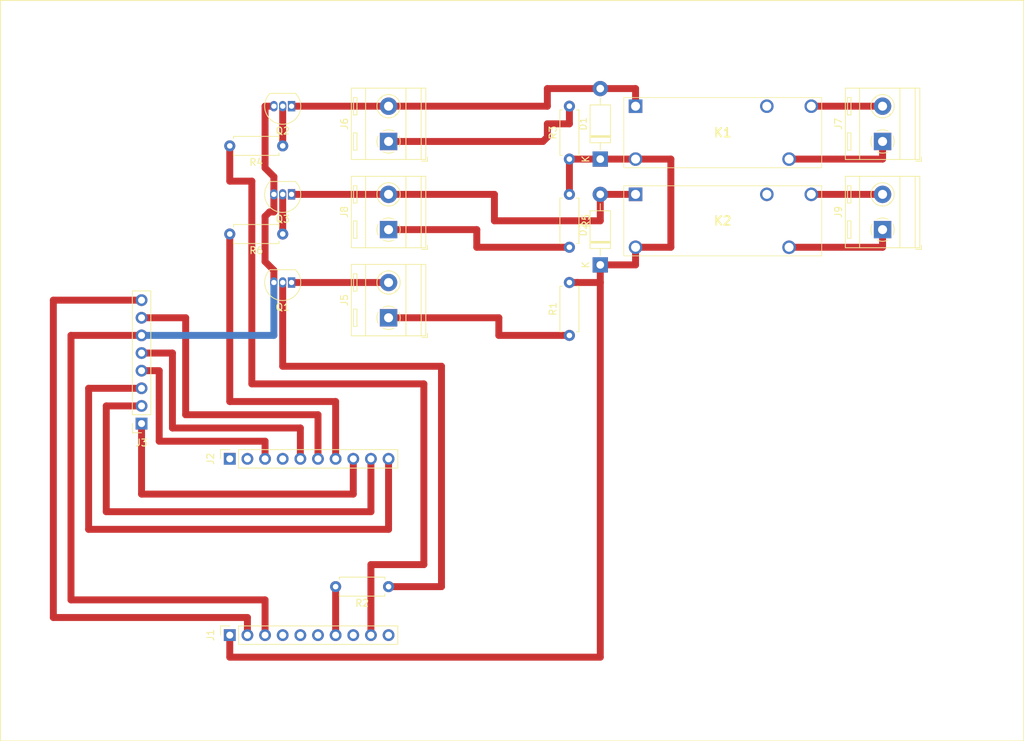
<source format=kicad_pcb>
(kicad_pcb (version 20171130) (host pcbnew 5.1.5+dfsg1-2build2)

  (general
    (thickness 1.6)
    (drawings 4)
    (tracks 106)
    (zones 0)
    (modules 21)
    (nets 26)
  )

  (page A4)
  (title_block
    (title MetalNode)
    (date 2020-07-09)
    (rev V0.1)
    (company "MakerSpace Leiden")
    (comment 1 "Hans Beerman")
  )

  (layers
    (0 F.Cu signal)
    (31 B.Cu signal)
    (32 B.Adhes user)
    (33 F.Adhes user)
    (34 B.Paste user)
    (35 F.Paste user)
    (36 B.SilkS user)
    (37 F.SilkS user)
    (38 B.Mask user)
    (39 F.Mask user)
    (40 Dwgs.User user)
    (41 Cmts.User user)
    (42 Eco1.User user)
    (43 Eco2.User user)
    (44 Edge.Cuts user)
    (45 Margin user)
    (46 B.CrtYd user)
    (47 F.CrtYd user)
    (48 B.Fab user)
    (49 F.Fab user)
  )

  (setup
    (last_trace_width 0.25)
    (user_trace_width 0.5)
    (user_trace_width 0.75)
    (user_trace_width 1)
    (user_trace_width 1.5)
    (user_trace_width 2)
    (trace_clearance 0.2)
    (zone_clearance 0.508)
    (zone_45_only no)
    (trace_min 0.2)
    (via_size 0.8)
    (via_drill 0.4)
    (via_min_size 0.4)
    (via_min_drill 0.3)
    (uvia_size 0.3)
    (uvia_drill 0.1)
    (uvias_allowed no)
    (uvia_min_size 0.2)
    (uvia_min_drill 0.1)
    (edge_width 0.05)
    (segment_width 0.2)
    (pcb_text_width 0.3)
    (pcb_text_size 1.5 1.5)
    (mod_edge_width 0.12)
    (mod_text_size 1 1)
    (mod_text_width 0.15)
    (pad_size 1.524 1.524)
    (pad_drill 0.762)
    (pad_to_mask_clearance 0.051)
    (solder_mask_min_width 0.25)
    (aux_axis_origin 0 0)
    (visible_elements FFFFFF7F)
    (pcbplotparams
      (layerselection 0x010fc_ffffffff)
      (usegerberextensions false)
      (usegerberattributes false)
      (usegerberadvancedattributes false)
      (creategerberjobfile false)
      (excludeedgelayer true)
      (linewidth 0.100000)
      (plotframeref false)
      (viasonmask false)
      (mode 1)
      (useauxorigin false)
      (hpglpennumber 1)
      (hpglpenspeed 20)
      (hpglpendiameter 15.000000)
      (psnegative false)
      (psa4output false)
      (plotreference true)
      (plotvalue true)
      (plotinvisibletext false)
      (padsonsilk false)
      (subtractmaskfromsilk false)
      (outputformat 1)
      (mirror false)
      (drillshape 1)
      (scaleselection 1)
      (outputdirectory ""))
  )

  (net 0 "")
  (net 1 "Net-(D1-Pad2)")
  (net 2 +5V)
  (net 3 "Net-(D2-Pad2)")
  (net 4 GND)
  (net 5 3V3)
  (net 6 GPIO32)
  (net 7 GPIO33)
  (net 8 GPI35)
  (net 9 GPIO13_I2C-SDA)
  (net 10 GPIO14_HS2_CLK)
  (net 11 GPIO15_HS2_CMD)
  (net 12 "Net-(J5-Pad2)")
  (net 13 "Net-(J5-Pad1)")
  (net 14 "Net-(Q1-Pad2)")
  (net 15 "Net-(Q2-Pad2)")
  (net 16 GPIO4_U1TXD)
  (net 17 GPIO16_I2C-SCL)
  (net 18 "Net-(J6-Pad1)")
  (net 19 "Net-(J7-Pad1)")
  (net 20 GPIO2_HS2_DATA0)
  (net 21 "Net-(J7-Pad2)")
  (net 22 "Net-(J8-Pad1)")
  (net 23 "Net-(J9-Pad2)")
  (net 24 "Net-(J9-Pad1)")
  (net 25 "Net-(Q3-Pad2)")

  (net_class Default "This is the default net class."
    (clearance 0.2)
    (trace_width 0.25)
    (via_dia 0.8)
    (via_drill 0.4)
    (uvia_dia 0.3)
    (uvia_drill 0.1)
    (add_net +5V)
    (add_net 3V3)
    (add_net GND)
    (add_net GPI35)
    (add_net GPIO13_I2C-SDA)
    (add_net GPIO14_HS2_CLK)
    (add_net GPIO15_HS2_CMD)
    (add_net GPIO16_I2C-SCL)
    (add_net GPIO2_HS2_DATA0)
    (add_net GPIO32)
    (add_net GPIO33)
    (add_net GPIO4_U1TXD)
    (add_net "Net-(D1-Pad2)")
    (add_net "Net-(D2-Pad2)")
    (add_net "Net-(J5-Pad1)")
    (add_net "Net-(J5-Pad2)")
    (add_net "Net-(J6-Pad1)")
    (add_net "Net-(J7-Pad1)")
    (add_net "Net-(J7-Pad2)")
    (add_net "Net-(J8-Pad1)")
    (add_net "Net-(J9-Pad1)")
    (add_net "Net-(J9-Pad2)")
    (add_net "Net-(Q1-Pad2)")
    (add_net "Net-(Q2-Pad2)")
    (add_net "Net-(Q3-Pad2)")
  )

  (module Resistor_THT:R_Axial_DIN0207_L6.3mm_D2.5mm_P7.62mm_Horizontal (layer F.Cu) (tedit 5AE5139B) (tstamp 5F01BE3D)
    (at 147.955 68.58 90)
    (descr "Resistor, Axial_DIN0207 series, Axial, Horizontal, pin pitch=7.62mm, 0.25W = 1/4W, length*diameter=6.3*2.5mm^2, http://cdn-reichelt.de/documents/datenblatt/B400/1_4W%23YAG.pdf")
    (tags "Resistor Axial_DIN0207 series Axial Horizontal pin pitch 7.62mm 0.25W = 1/4W length 6.3mm diameter 2.5mm")
    (path /5F0309CA)
    (fp_text reference R1 (at 3.81 -2.37 90) (layer F.SilkS)
      (effects (font (size 1 1) (thickness 0.15)))
    )
    (fp_text value 1k (at 3.81 2.37 90) (layer F.Fab)
      (effects (font (size 1 1) (thickness 0.15)))
    )
    (fp_text user %R (at 3.81 0 90) (layer F.Fab)
      (effects (font (size 1 1) (thickness 0.15)))
    )
    (fp_line (start 8.67 -1.5) (end -1.05 -1.5) (layer F.CrtYd) (width 0.05))
    (fp_line (start 8.67 1.5) (end 8.67 -1.5) (layer F.CrtYd) (width 0.05))
    (fp_line (start -1.05 1.5) (end 8.67 1.5) (layer F.CrtYd) (width 0.05))
    (fp_line (start -1.05 -1.5) (end -1.05 1.5) (layer F.CrtYd) (width 0.05))
    (fp_line (start 7.08 1.37) (end 7.08 1.04) (layer F.SilkS) (width 0.12))
    (fp_line (start 0.54 1.37) (end 7.08 1.37) (layer F.SilkS) (width 0.12))
    (fp_line (start 0.54 1.04) (end 0.54 1.37) (layer F.SilkS) (width 0.12))
    (fp_line (start 7.08 -1.37) (end 7.08 -1.04) (layer F.SilkS) (width 0.12))
    (fp_line (start 0.54 -1.37) (end 7.08 -1.37) (layer F.SilkS) (width 0.12))
    (fp_line (start 0.54 -1.04) (end 0.54 -1.37) (layer F.SilkS) (width 0.12))
    (fp_line (start 7.62 0) (end 6.96 0) (layer F.Fab) (width 0.1))
    (fp_line (start 0 0) (end 0.66 0) (layer F.Fab) (width 0.1))
    (fp_line (start 6.96 -1.25) (end 0.66 -1.25) (layer F.Fab) (width 0.1))
    (fp_line (start 6.96 1.25) (end 6.96 -1.25) (layer F.Fab) (width 0.1))
    (fp_line (start 0.66 1.25) (end 6.96 1.25) (layer F.Fab) (width 0.1))
    (fp_line (start 0.66 -1.25) (end 0.66 1.25) (layer F.Fab) (width 0.1))
    (pad 2 thru_hole oval (at 7.62 0 90) (size 1.6 1.6) (drill 0.8) (layers *.Cu *.Mask)
      (net 2 +5V))
    (pad 1 thru_hole circle (at 0 0 90) (size 1.6 1.6) (drill 0.8) (layers *.Cu *.Mask)
      (net 13 "Net-(J5-Pad1)"))
    (model ${KISYS3DMOD}/Resistor_THT.3dshapes/R_Axial_DIN0207_L6.3mm_D2.5mm_P7.62mm_Horizontal.wrl
      (at (xyz 0 0 0))
      (scale (xyz 1 1 1))
      (rotate (xyz 0 0 0))
    )
  )

  (module Resistor_THT:R_Axial_DIN0207_L6.3mm_D2.5mm_P7.62mm_Horizontal (layer F.Cu) (tedit 5AE5139B) (tstamp 5F01BE54)
    (at 121.92 104.775 180)
    (descr "Resistor, Axial_DIN0207 series, Axial, Horizontal, pin pitch=7.62mm, 0.25W = 1/4W, length*diameter=6.3*2.5mm^2, http://cdn-reichelt.de/documents/datenblatt/B400/1_4W%23YAG.pdf")
    (tags "Resistor Axial_DIN0207 series Axial Horizontal pin pitch 7.62mm 0.25W = 1/4W length 6.3mm diameter 2.5mm")
    (path /5F0309AA)
    (fp_text reference R2 (at 3.81 -2.37) (layer F.SilkS)
      (effects (font (size 1 1) (thickness 0.15)))
    )
    (fp_text value 1k (at 3.81 2.37) (layer F.Fab)
      (effects (font (size 1 1) (thickness 0.15)))
    )
    (fp_text user %R (at 3.81 0 180) (layer F.Fab)
      (effects (font (size 1 1) (thickness 0.15)))
    )
    (fp_line (start 8.67 -1.5) (end -1.05 -1.5) (layer F.CrtYd) (width 0.05))
    (fp_line (start 8.67 1.5) (end 8.67 -1.5) (layer F.CrtYd) (width 0.05))
    (fp_line (start -1.05 1.5) (end 8.67 1.5) (layer F.CrtYd) (width 0.05))
    (fp_line (start -1.05 -1.5) (end -1.05 1.5) (layer F.CrtYd) (width 0.05))
    (fp_line (start 7.08 1.37) (end 7.08 1.04) (layer F.SilkS) (width 0.12))
    (fp_line (start 0.54 1.37) (end 7.08 1.37) (layer F.SilkS) (width 0.12))
    (fp_line (start 0.54 1.04) (end 0.54 1.37) (layer F.SilkS) (width 0.12))
    (fp_line (start 7.08 -1.37) (end 7.08 -1.04) (layer F.SilkS) (width 0.12))
    (fp_line (start 0.54 -1.37) (end 7.08 -1.37) (layer F.SilkS) (width 0.12))
    (fp_line (start 0.54 -1.04) (end 0.54 -1.37) (layer F.SilkS) (width 0.12))
    (fp_line (start 7.62 0) (end 6.96 0) (layer F.Fab) (width 0.1))
    (fp_line (start 0 0) (end 0.66 0) (layer F.Fab) (width 0.1))
    (fp_line (start 6.96 -1.25) (end 0.66 -1.25) (layer F.Fab) (width 0.1))
    (fp_line (start 6.96 1.25) (end 6.96 -1.25) (layer F.Fab) (width 0.1))
    (fp_line (start 0.66 1.25) (end 6.96 1.25) (layer F.Fab) (width 0.1))
    (fp_line (start 0.66 -1.25) (end 0.66 1.25) (layer F.Fab) (width 0.1))
    (pad 2 thru_hole oval (at 7.62 0 180) (size 1.6 1.6) (drill 0.8) (layers *.Cu *.Mask)
      (net 20 GPIO2_HS2_DATA0))
    (pad 1 thru_hole circle (at 0 0 180) (size 1.6 1.6) (drill 0.8) (layers *.Cu *.Mask)
      (net 14 "Net-(Q1-Pad2)"))
    (model ${KISYS3DMOD}/Resistor_THT.3dshapes/R_Axial_DIN0207_L6.3mm_D2.5mm_P7.62mm_Horizontal.wrl
      (at (xyz 0 0 0))
      (scale (xyz 1 1 1))
      (rotate (xyz 0 0 0))
    )
  )

  (module Package_TO_SOT_THT:TO-92_Inline (layer F.Cu) (tedit 5A1DD157) (tstamp 5F01BE04)
    (at 107.95 60.96 180)
    (descr "TO-92 leads in-line, narrow, oval pads, drill 0.75mm (see NXP sot054_po.pdf)")
    (tags "to-92 sc-43 sc-43a sot54 PA33 transistor")
    (path /5F0309B9)
    (fp_text reference Q1 (at 1.27 -3.56) (layer F.SilkS)
      (effects (font (size 1 1) (thickness 0.15)))
    )
    (fp_text value BC547 (at 1.27 2.79) (layer F.Fab)
      (effects (font (size 1 1) (thickness 0.15)))
    )
    (fp_arc (start 1.27 0) (end 1.27 -2.6) (angle 135) (layer F.SilkS) (width 0.12))
    (fp_arc (start 1.27 0) (end 1.27 -2.48) (angle -135) (layer F.Fab) (width 0.1))
    (fp_arc (start 1.27 0) (end 1.27 -2.6) (angle -135) (layer F.SilkS) (width 0.12))
    (fp_arc (start 1.27 0) (end 1.27 -2.48) (angle 135) (layer F.Fab) (width 0.1))
    (fp_line (start 4 2.01) (end -1.46 2.01) (layer F.CrtYd) (width 0.05))
    (fp_line (start 4 2.01) (end 4 -2.73) (layer F.CrtYd) (width 0.05))
    (fp_line (start -1.46 -2.73) (end -1.46 2.01) (layer F.CrtYd) (width 0.05))
    (fp_line (start -1.46 -2.73) (end 4 -2.73) (layer F.CrtYd) (width 0.05))
    (fp_line (start -0.5 1.75) (end 3 1.75) (layer F.Fab) (width 0.1))
    (fp_line (start -0.53 1.85) (end 3.07 1.85) (layer F.SilkS) (width 0.12))
    (fp_text user %R (at 1.27 -3.56) (layer F.Fab)
      (effects (font (size 1 1) (thickness 0.15)))
    )
    (pad 1 thru_hole rect (at 0 0 180) (size 1.05 1.5) (drill 0.75) (layers *.Cu *.Mask)
      (net 12 "Net-(J5-Pad2)"))
    (pad 3 thru_hole oval (at 2.54 0 180) (size 1.05 1.5) (drill 0.75) (layers *.Cu *.Mask)
      (net 4 GND))
    (pad 2 thru_hole oval (at 1.27 0 180) (size 1.05 1.5) (drill 0.75) (layers *.Cu *.Mask)
      (net 14 "Net-(Q1-Pad2)"))
    (model ${KISYS3DMOD}/Package_TO_SOT_THT.3dshapes/TO-92_Inline.wrl
      (at (xyz 0 0 0))
      (scale (xyz 1 1 1))
      (rotate (xyz 0 0 0))
    )
  )

  (module Resistor_THT:R_Axial_DIN0207_L6.3mm_D2.5mm_P7.62mm_Horizontal (layer F.Cu) (tedit 5AE5139B) (tstamp 5EEC82B0)
    (at 106.68 41.275 180)
    (descr "Resistor, Axial_DIN0207 series, Axial, Horizontal, pin pitch=7.62mm, 0.25W = 1/4W, length*diameter=6.3*2.5mm^2, http://cdn-reichelt.de/documents/datenblatt/B400/1_4W%23YAG.pdf")
    (tags "Resistor Axial_DIN0207 series Axial Horizontal pin pitch 7.62mm 0.25W = 1/4W length 6.3mm diameter 2.5mm")
    (path /5EEEB492)
    (fp_text reference R4 (at 3.81 -2.37) (layer F.SilkS)
      (effects (font (size 1 1) (thickness 0.15)))
    )
    (fp_text value 1k (at 3.81 2.37) (layer F.Fab)
      (effects (font (size 1 1) (thickness 0.15)))
    )
    (fp_text user %R (at 3.81 0 180) (layer F.Fab)
      (effects (font (size 1 1) (thickness 0.15)))
    )
    (fp_line (start 8.67 -1.5) (end -1.05 -1.5) (layer F.CrtYd) (width 0.05))
    (fp_line (start 8.67 1.5) (end 8.67 -1.5) (layer F.CrtYd) (width 0.05))
    (fp_line (start -1.05 1.5) (end 8.67 1.5) (layer F.CrtYd) (width 0.05))
    (fp_line (start -1.05 -1.5) (end -1.05 1.5) (layer F.CrtYd) (width 0.05))
    (fp_line (start 7.08 1.37) (end 7.08 1.04) (layer F.SilkS) (width 0.12))
    (fp_line (start 0.54 1.37) (end 7.08 1.37) (layer F.SilkS) (width 0.12))
    (fp_line (start 0.54 1.04) (end 0.54 1.37) (layer F.SilkS) (width 0.12))
    (fp_line (start 7.08 -1.37) (end 7.08 -1.04) (layer F.SilkS) (width 0.12))
    (fp_line (start 0.54 -1.37) (end 7.08 -1.37) (layer F.SilkS) (width 0.12))
    (fp_line (start 0.54 -1.04) (end 0.54 -1.37) (layer F.SilkS) (width 0.12))
    (fp_line (start 7.62 0) (end 6.96 0) (layer F.Fab) (width 0.1))
    (fp_line (start 0 0) (end 0.66 0) (layer F.Fab) (width 0.1))
    (fp_line (start 6.96 -1.25) (end 0.66 -1.25) (layer F.Fab) (width 0.1))
    (fp_line (start 6.96 1.25) (end 6.96 -1.25) (layer F.Fab) (width 0.1))
    (fp_line (start 0.66 1.25) (end 6.96 1.25) (layer F.Fab) (width 0.1))
    (fp_line (start 0.66 -1.25) (end 0.66 1.25) (layer F.Fab) (width 0.1))
    (pad 2 thru_hole oval (at 7.62 0 180) (size 1.6 1.6) (drill 0.8) (layers *.Cu *.Mask)
      (net 16 GPIO4_U1TXD))
    (pad 1 thru_hole circle (at 0 0 180) (size 1.6 1.6) (drill 0.8) (layers *.Cu *.Mask)
      (net 15 "Net-(Q2-Pad2)"))
    (model ${KISYS3DMOD}/Resistor_THT.3dshapes/R_Axial_DIN0207_L6.3mm_D2.5mm_P7.62mm_Horizontal.wrl
      (at (xyz 0 0 0))
      (scale (xyz 1 1 1))
      (rotate (xyz 0 0 0))
    )
  )

  (module Package_TO_SOT_THT:TO-92_Inline (layer F.Cu) (tedit 5A1DD157) (tstamp 5EFE0AB0)
    (at 107.95 48.26 180)
    (descr "TO-92 leads in-line, narrow, oval pads, drill 0.75mm (see NXP sot054_po.pdf)")
    (tags "to-92 sc-43 sc-43a sot54 PA33 transistor")
    (path /5F0013A8)
    (fp_text reference Q3 (at 1.27 -3.56) (layer F.SilkS)
      (effects (font (size 1 1) (thickness 0.15)))
    )
    (fp_text value BC547 (at 1.27 2.79) (layer F.Fab)
      (effects (font (size 1 1) (thickness 0.15)))
    )
    (fp_arc (start 1.27 0) (end 1.27 -2.6) (angle 135) (layer F.SilkS) (width 0.12))
    (fp_arc (start 1.27 0) (end 1.27 -2.48) (angle -135) (layer F.Fab) (width 0.1))
    (fp_arc (start 1.27 0) (end 1.27 -2.6) (angle -135) (layer F.SilkS) (width 0.12))
    (fp_arc (start 1.27 0) (end 1.27 -2.48) (angle 135) (layer F.Fab) (width 0.1))
    (fp_line (start 4 2.01) (end -1.46 2.01) (layer F.CrtYd) (width 0.05))
    (fp_line (start 4 2.01) (end 4 -2.73) (layer F.CrtYd) (width 0.05))
    (fp_line (start -1.46 -2.73) (end -1.46 2.01) (layer F.CrtYd) (width 0.05))
    (fp_line (start -1.46 -2.73) (end 4 -2.73) (layer F.CrtYd) (width 0.05))
    (fp_line (start -0.5 1.75) (end 3 1.75) (layer F.Fab) (width 0.1))
    (fp_line (start -0.53 1.85) (end 3.07 1.85) (layer F.SilkS) (width 0.12))
    (fp_text user %R (at 1.27 -3.56) (layer F.Fab)
      (effects (font (size 1 1) (thickness 0.15)))
    )
    (pad 1 thru_hole rect (at 0 0 180) (size 1.05 1.5) (drill 0.75) (layers *.Cu *.Mask)
      (net 3 "Net-(D2-Pad2)"))
    (pad 3 thru_hole oval (at 2.54 0 180) (size 1.05 1.5) (drill 0.75) (layers *.Cu *.Mask)
      (net 4 GND))
    (pad 2 thru_hole oval (at 1.27 0 180) (size 1.05 1.5) (drill 0.75) (layers *.Cu *.Mask)
      (net 25 "Net-(Q3-Pad2)"))
    (model ${KISYS3DMOD}/Package_TO_SOT_THT.3dshapes/TO-92_Inline.wrl
      (at (xyz 0 0 0))
      (scale (xyz 1 1 1))
      (rotate (xyz 0 0 0))
    )
  )

  (module Resistor_THT:R_Axial_DIN0207_L6.3mm_D2.5mm_P7.62mm_Horizontal (layer F.Cu) (tedit 5AE5139B) (tstamp 5EEC82C7)
    (at 106.68 53.975 180)
    (descr "Resistor, Axial_DIN0207 series, Axial, Horizontal, pin pitch=7.62mm, 0.25W = 1/4W, length*diameter=6.3*2.5mm^2, http://cdn-reichelt.de/documents/datenblatt/B400/1_4W%23YAG.pdf")
    (tags "Resistor Axial_DIN0207 series Axial Horizontal pin pitch 7.62mm 0.25W = 1/4W length 6.3mm diameter 2.5mm")
    (path /5EEEB4B7)
    (fp_text reference R6 (at 3.81 -2.37) (layer F.SilkS)
      (effects (font (size 1 1) (thickness 0.15)))
    )
    (fp_text value 1k (at 3.81 2.37) (layer F.Fab)
      (effects (font (size 1 1) (thickness 0.15)))
    )
    (fp_text user %R (at 3.81 0) (layer F.Fab)
      (effects (font (size 1 1) (thickness 0.15)))
    )
    (fp_line (start 8.67 -1.5) (end -1.05 -1.5) (layer F.CrtYd) (width 0.05))
    (fp_line (start 8.67 1.5) (end 8.67 -1.5) (layer F.CrtYd) (width 0.05))
    (fp_line (start -1.05 1.5) (end 8.67 1.5) (layer F.CrtYd) (width 0.05))
    (fp_line (start -1.05 -1.5) (end -1.05 1.5) (layer F.CrtYd) (width 0.05))
    (fp_line (start 7.08 1.37) (end 7.08 1.04) (layer F.SilkS) (width 0.12))
    (fp_line (start 0.54 1.37) (end 7.08 1.37) (layer F.SilkS) (width 0.12))
    (fp_line (start 0.54 1.04) (end 0.54 1.37) (layer F.SilkS) (width 0.12))
    (fp_line (start 7.08 -1.37) (end 7.08 -1.04) (layer F.SilkS) (width 0.12))
    (fp_line (start 0.54 -1.37) (end 7.08 -1.37) (layer F.SilkS) (width 0.12))
    (fp_line (start 0.54 -1.04) (end 0.54 -1.37) (layer F.SilkS) (width 0.12))
    (fp_line (start 7.62 0) (end 6.96 0) (layer F.Fab) (width 0.1))
    (fp_line (start 0 0) (end 0.66 0) (layer F.Fab) (width 0.1))
    (fp_line (start 6.96 -1.25) (end 0.66 -1.25) (layer F.Fab) (width 0.1))
    (fp_line (start 6.96 1.25) (end 6.96 -1.25) (layer F.Fab) (width 0.1))
    (fp_line (start 0.66 1.25) (end 6.96 1.25) (layer F.Fab) (width 0.1))
    (fp_line (start 0.66 -1.25) (end 0.66 1.25) (layer F.Fab) (width 0.1))
    (pad 2 thru_hole oval (at 7.62 0 180) (size 1.6 1.6) (drill 0.8) (layers *.Cu *.Mask)
      (net 17 GPIO16_I2C-SCL))
    (pad 1 thru_hole circle (at 0 0 180) (size 1.6 1.6) (drill 0.8) (layers *.Cu *.Mask)
      (net 25 "Net-(Q3-Pad2)"))
    (model ${KISYS3DMOD}/Resistor_THT.3dshapes/R_Axial_DIN0207_L6.3mm_D2.5mm_P7.62mm_Horizontal.wrl
      (at (xyz 0 0 0))
      (scale (xyz 1 1 1))
      (rotate (xyz 0 0 0))
    )
  )

  (module Footprints:HF118F0051ZS1T136 (layer F.Cu) (tedit 0) (tstamp 5EEC8275)
    (at 157.48 48.26)
    (descr "HF118F/005-1ZS1T(136)-2")
    (tags "Relay or Contactor")
    (path /5EEEB508)
    (fp_text reference K2 (at 12.55 3.81) (layer F.SilkS)
      (effects (font (size 1.27 1.27) (thickness 0.254)))
    )
    (fp_text value HF118F_005-1ZS1T_136_ (at 12.55 3.81) (layer F.SilkS) hide
      (effects (font (size 1.27 1.27) (thickness 0.254)))
    )
    (fp_line (start -2.7 -2.24) (end -2.7 9.86) (layer F.CrtYd) (width 0.1))
    (fp_line (start 27.8 -2.24) (end -2.7 -2.24) (layer F.CrtYd) (width 0.1))
    (fp_line (start 27.8 9.86) (end 27.8 -2.24) (layer F.CrtYd) (width 0.1))
    (fp_line (start -2.7 9.86) (end 27.8 9.86) (layer F.CrtYd) (width 0.1))
    (fp_line (start -1.7 -1.24) (end -1.7 8.86) (layer F.SilkS) (width 0.1))
    (fp_line (start 26.8 -1.24) (end -1.7 -1.24) (layer F.SilkS) (width 0.1))
    (fp_line (start 26.8 8.86) (end 26.8 -1.24) (layer F.SilkS) (width 0.1))
    (fp_line (start -1.7 8.86) (end 26.8 8.86) (layer F.SilkS) (width 0.1))
    (fp_line (start -1.7 -1.24) (end -1.7 8.86) (layer F.Fab) (width 0.2))
    (fp_line (start 26.8 -1.24) (end -1.7 -1.24) (layer F.Fab) (width 0.2))
    (fp_line (start 26.8 8.86) (end 26.8 -1.24) (layer F.Fab) (width 0.2))
    (fp_line (start -1.7 8.86) (end 26.8 8.86) (layer F.Fab) (width 0.2))
    (fp_text user %R (at 12.55 3.81) (layer F.Fab)
      (effects (font (size 1.27 1.27) (thickness 0.254)))
    )
    (pad 5 thru_hole circle (at 18.9 0) (size 1.95 1.95) (drill 1.3) (layers *.Cu *.Mask))
    (pad 4 thru_hole circle (at 25.3 0) (size 1.95 1.95) (drill 1.3) (layers *.Cu *.Mask)
      (net 23 "Net-(J9-Pad2)"))
    (pad 3 thru_hole circle (at 22.1 7.62) (size 1.95 1.95) (drill 1.3) (layers *.Cu *.Mask)
      (net 24 "Net-(J9-Pad1)"))
    (pad 2 thru_hole circle (at 0 7.62) (size 1.95 1.95) (drill 1.3) (layers *.Cu *.Mask)
      (net 2 +5V))
    (pad 1 thru_hole rect (at 0 0) (size 1.95 1.95) (drill 1.3) (layers *.Cu *.Mask)
      (net 3 "Net-(D2-Pad2)"))
    (model HF118F_005-1ZS1T_136_.stp
      (at (xyz 0 0 0))
      (scale (xyz 1 1 1))
      (rotate (xyz 0 0 0))
    )
  )

  (module Footprints:HF118F0051ZS1T136 (layer F.Cu) (tedit 0) (tstamp 5EEC825F)
    (at 157.48 35.56)
    (descr "HF118F/005-1ZS1T(136)-2")
    (tags "Relay or Contactor")
    (path /5EEEB4E5)
    (fp_text reference K1 (at 12.55 3.81) (layer F.SilkS)
      (effects (font (size 1.27 1.27) (thickness 0.254)))
    )
    (fp_text value HF118F_005-1ZS1T_136_ (at 12.55 3.81) (layer F.SilkS) hide
      (effects (font (size 1.27 1.27) (thickness 0.254)))
    )
    (fp_line (start -2.7 -2.24) (end -2.7 9.86) (layer F.CrtYd) (width 0.1))
    (fp_line (start 27.8 -2.24) (end -2.7 -2.24) (layer F.CrtYd) (width 0.1))
    (fp_line (start 27.8 9.86) (end 27.8 -2.24) (layer F.CrtYd) (width 0.1))
    (fp_line (start -2.7 9.86) (end 27.8 9.86) (layer F.CrtYd) (width 0.1))
    (fp_line (start -1.7 -1.24) (end -1.7 8.86) (layer F.SilkS) (width 0.1))
    (fp_line (start 26.8 -1.24) (end -1.7 -1.24) (layer F.SilkS) (width 0.1))
    (fp_line (start 26.8 8.86) (end 26.8 -1.24) (layer F.SilkS) (width 0.1))
    (fp_line (start -1.7 8.86) (end 26.8 8.86) (layer F.SilkS) (width 0.1))
    (fp_line (start -1.7 -1.24) (end -1.7 8.86) (layer F.Fab) (width 0.2))
    (fp_line (start 26.8 -1.24) (end -1.7 -1.24) (layer F.Fab) (width 0.2))
    (fp_line (start 26.8 8.86) (end 26.8 -1.24) (layer F.Fab) (width 0.2))
    (fp_line (start -1.7 8.86) (end 26.8 8.86) (layer F.Fab) (width 0.2))
    (fp_text user %R (at 12.55 3.81) (layer F.Fab)
      (effects (font (size 1.27 1.27) (thickness 0.254)))
    )
    (pad 5 thru_hole circle (at 18.9 0) (size 1.95 1.95) (drill 1.3) (layers *.Cu *.Mask))
    (pad 4 thru_hole circle (at 25.3 0) (size 1.95 1.95) (drill 1.3) (layers *.Cu *.Mask)
      (net 21 "Net-(J7-Pad2)"))
    (pad 3 thru_hole circle (at 22.1 7.62) (size 1.95 1.95) (drill 1.3) (layers *.Cu *.Mask)
      (net 19 "Net-(J7-Pad1)"))
    (pad 2 thru_hole circle (at 0 7.62) (size 1.95 1.95) (drill 1.3) (layers *.Cu *.Mask)
      (net 2 +5V))
    (pad 1 thru_hole rect (at 0 0) (size 1.95 1.95) (drill 1.3) (layers *.Cu *.Mask)
      (net 1 "Net-(D1-Pad2)"))
    (model HF118F_005-1ZS1T_136_.stp
      (at (xyz 0 0 0))
      (scale (xyz 1 1 1))
      (rotate (xyz 0 0 0))
    )
  )

  (module Connector_PinSocket_2.54mm:PinSocket_1x08_P2.54mm_Vertical (layer F.Cu) (tedit 5A19A420) (tstamp 5F01E4DF)
    (at 86.36 81.28 180)
    (descr "Through hole straight socket strip, 1x08, 2.54mm pitch, single row (from Kicad 4.0.7), script generated")
    (tags "Through hole socket strip THT 1x08 2.54mm single row")
    (path /5F073F13)
    (fp_text reference J3 (at 0 -2.77) (layer F.SilkS)
      (effects (font (size 1 1) (thickness 0.15)))
    )
    (fp_text value Conn_01x08 (at 0 20.55) (layer F.Fab)
      (effects (font (size 1 1) (thickness 0.15)))
    )
    (fp_text user %R (at 0 8.89 90) (layer F.Fab)
      (effects (font (size 1 1) (thickness 0.15)))
    )
    (fp_line (start -1.8 19.55) (end -1.8 -1.8) (layer F.CrtYd) (width 0.05))
    (fp_line (start 1.75 19.55) (end -1.8 19.55) (layer F.CrtYd) (width 0.05))
    (fp_line (start 1.75 -1.8) (end 1.75 19.55) (layer F.CrtYd) (width 0.05))
    (fp_line (start -1.8 -1.8) (end 1.75 -1.8) (layer F.CrtYd) (width 0.05))
    (fp_line (start 0 -1.33) (end 1.33 -1.33) (layer F.SilkS) (width 0.12))
    (fp_line (start 1.33 -1.33) (end 1.33 0) (layer F.SilkS) (width 0.12))
    (fp_line (start 1.33 1.27) (end 1.33 19.11) (layer F.SilkS) (width 0.12))
    (fp_line (start -1.33 19.11) (end 1.33 19.11) (layer F.SilkS) (width 0.12))
    (fp_line (start -1.33 1.27) (end -1.33 19.11) (layer F.SilkS) (width 0.12))
    (fp_line (start -1.33 1.27) (end 1.33 1.27) (layer F.SilkS) (width 0.12))
    (fp_line (start -1.27 19.05) (end -1.27 -1.27) (layer F.Fab) (width 0.1))
    (fp_line (start 1.27 19.05) (end -1.27 19.05) (layer F.Fab) (width 0.1))
    (fp_line (start 1.27 -0.635) (end 1.27 19.05) (layer F.Fab) (width 0.1))
    (fp_line (start 0.635 -1.27) (end 1.27 -0.635) (layer F.Fab) (width 0.1))
    (fp_line (start -1.27 -1.27) (end 0.635 -1.27) (layer F.Fab) (width 0.1))
    (pad 8 thru_hole oval (at 0 17.78 180) (size 1.7 1.7) (drill 1) (layers *.Cu *.Mask)
      (net 5 3V3))
    (pad 7 thru_hole oval (at 0 15.24 180) (size 1.7 1.7) (drill 1) (layers *.Cu *.Mask)
      (net 6 GPIO32))
    (pad 6 thru_hole oval (at 0 12.7 180) (size 1.7 1.7) (drill 1) (layers *.Cu *.Mask)
      (net 4 GND))
    (pad 5 thru_hole oval (at 0 10.16 180) (size 1.7 1.7) (drill 1) (layers *.Cu *.Mask)
      (net 7 GPIO33))
    (pad 4 thru_hole oval (at 0 7.62 180) (size 1.7 1.7) (drill 1) (layers *.Cu *.Mask)
      (net 8 GPI35))
    (pad 3 thru_hole oval (at 0 5.08 180) (size 1.7 1.7) (drill 1) (layers *.Cu *.Mask)
      (net 9 GPIO13_I2C-SDA))
    (pad 2 thru_hole oval (at 0 2.54 180) (size 1.7 1.7) (drill 1) (layers *.Cu *.Mask)
      (net 10 GPIO14_HS2_CLK))
    (pad 1 thru_hole rect (at 0 0 180) (size 1.7 1.7) (drill 1) (layers *.Cu *.Mask)
      (net 11 GPIO15_HS2_CMD))
    (model ${KISYS3DMOD}/Connector_PinSocket_2.54mm.3dshapes/PinSocket_1x08_P2.54mm_Vertical.wrl
      (at (xyz 0 0 0))
      (scale (xyz 1 1 1))
      (rotate (xyz 0 0 0))
    )
  )

  (module Package_TO_SOT_THT:TO-92_Inline (layer F.Cu) (tedit 5A1DD157) (tstamp 5EEC8287)
    (at 107.95 35.56 180)
    (descr "TO-92 leads in-line, narrow, oval pads, drill 0.75mm (see NXP sot054_po.pdf)")
    (tags "to-92 sc-43 sc-43a sot54 PA33 transistor")
    (path /5EEEB47B)
    (fp_text reference Q2 (at 1.27 -3.56) (layer F.SilkS)
      (effects (font (size 1 1) (thickness 0.15)))
    )
    (fp_text value BC547 (at 1.27 2.79) (layer F.Fab)
      (effects (font (size 1 1) (thickness 0.15)))
    )
    (fp_arc (start 1.27 0) (end 1.27 -2.6) (angle 135) (layer F.SilkS) (width 0.12))
    (fp_arc (start 1.27 0) (end 1.27 -2.48) (angle -135) (layer F.Fab) (width 0.1))
    (fp_arc (start 1.27 0) (end 1.27 -2.6) (angle -135) (layer F.SilkS) (width 0.12))
    (fp_arc (start 1.27 0) (end 1.27 -2.48) (angle 135) (layer F.Fab) (width 0.1))
    (fp_line (start 4 2.01) (end -1.46 2.01) (layer F.CrtYd) (width 0.05))
    (fp_line (start 4 2.01) (end 4 -2.73) (layer F.CrtYd) (width 0.05))
    (fp_line (start -1.46 -2.73) (end -1.46 2.01) (layer F.CrtYd) (width 0.05))
    (fp_line (start -1.46 -2.73) (end 4 -2.73) (layer F.CrtYd) (width 0.05))
    (fp_line (start -0.5 1.75) (end 3 1.75) (layer F.Fab) (width 0.1))
    (fp_line (start -0.53 1.85) (end 3.07 1.85) (layer F.SilkS) (width 0.12))
    (fp_text user %R (at 1.27 -3.56) (layer F.Fab)
      (effects (font (size 1 1) (thickness 0.15)))
    )
    (pad 1 thru_hole rect (at 0 0 180) (size 1.05 1.5) (drill 0.75) (layers *.Cu *.Mask)
      (net 1 "Net-(D1-Pad2)"))
    (pad 3 thru_hole oval (at 2.54 0 180) (size 1.05 1.5) (drill 0.75) (layers *.Cu *.Mask)
      (net 4 GND))
    (pad 2 thru_hole oval (at 1.27 0 180) (size 1.05 1.5) (drill 0.75) (layers *.Cu *.Mask)
      (net 15 "Net-(Q2-Pad2)"))
    (model ${KISYS3DMOD}/Package_TO_SOT_THT.3dshapes/TO-92_Inline.wrl
      (at (xyz 0 0 0))
      (scale (xyz 1 1 1))
      (rotate (xyz 0 0 0))
    )
  )

  (module Diode_THT:D_DO-41_SOD81_P10.16mm_Horizontal (layer F.Cu) (tedit 5AE50CD5) (tstamp 5F01BB4E)
    (at 152.4 43.18 90)
    (descr "Diode, DO-41_SOD81 series, Axial, Horizontal, pin pitch=10.16mm, , length*diameter=5.2*2.7mm^2, , http://www.diodes.com/_files/packages/DO-41%20(Plastic).pdf")
    (tags "Diode DO-41_SOD81 series Axial Horizontal pin pitch 10.16mm  length 5.2mm diameter 2.7mm")
    (path /5F0583D5)
    (fp_text reference D1 (at 5.08 -2.47 90) (layer F.SilkS)
      (effects (font (size 1 1) (thickness 0.15)))
    )
    (fp_text value 1N4007 (at 5.08 2.47 90) (layer F.Fab)
      (effects (font (size 1 1) (thickness 0.15)))
    )
    (fp_text user K (at 0 -2.1 90) (layer F.SilkS)
      (effects (font (size 1 1) (thickness 0.15)))
    )
    (fp_text user K (at 0 -2.1 90) (layer F.Fab)
      (effects (font (size 1 1) (thickness 0.15)))
    )
    (fp_text user %R (at 5.47 0 90) (layer F.Fab)
      (effects (font (size 1 1) (thickness 0.15)))
    )
    (fp_line (start 11.51 -1.6) (end -1.35 -1.6) (layer F.CrtYd) (width 0.05))
    (fp_line (start 11.51 1.6) (end 11.51 -1.6) (layer F.CrtYd) (width 0.05))
    (fp_line (start -1.35 1.6) (end 11.51 1.6) (layer F.CrtYd) (width 0.05))
    (fp_line (start -1.35 -1.6) (end -1.35 1.6) (layer F.CrtYd) (width 0.05))
    (fp_line (start 3.14 -1.47) (end 3.14 1.47) (layer F.SilkS) (width 0.12))
    (fp_line (start 3.38 -1.47) (end 3.38 1.47) (layer F.SilkS) (width 0.12))
    (fp_line (start 3.26 -1.47) (end 3.26 1.47) (layer F.SilkS) (width 0.12))
    (fp_line (start 8.82 0) (end 7.8 0) (layer F.SilkS) (width 0.12))
    (fp_line (start 1.34 0) (end 2.36 0) (layer F.SilkS) (width 0.12))
    (fp_line (start 7.8 -1.47) (end 2.36 -1.47) (layer F.SilkS) (width 0.12))
    (fp_line (start 7.8 1.47) (end 7.8 -1.47) (layer F.SilkS) (width 0.12))
    (fp_line (start 2.36 1.47) (end 7.8 1.47) (layer F.SilkS) (width 0.12))
    (fp_line (start 2.36 -1.47) (end 2.36 1.47) (layer F.SilkS) (width 0.12))
    (fp_line (start 3.16 -1.35) (end 3.16 1.35) (layer F.Fab) (width 0.1))
    (fp_line (start 3.36 -1.35) (end 3.36 1.35) (layer F.Fab) (width 0.1))
    (fp_line (start 3.26 -1.35) (end 3.26 1.35) (layer F.Fab) (width 0.1))
    (fp_line (start 10.16 0) (end 7.68 0) (layer F.Fab) (width 0.1))
    (fp_line (start 0 0) (end 2.48 0) (layer F.Fab) (width 0.1))
    (fp_line (start 7.68 -1.35) (end 2.48 -1.35) (layer F.Fab) (width 0.1))
    (fp_line (start 7.68 1.35) (end 7.68 -1.35) (layer F.Fab) (width 0.1))
    (fp_line (start 2.48 1.35) (end 7.68 1.35) (layer F.Fab) (width 0.1))
    (fp_line (start 2.48 -1.35) (end 2.48 1.35) (layer F.Fab) (width 0.1))
    (pad 2 thru_hole oval (at 10.16 0 90) (size 2.2 2.2) (drill 1.1) (layers *.Cu *.Mask)
      (net 1 "Net-(D1-Pad2)"))
    (pad 1 thru_hole rect (at 0 0 90) (size 2.2 2.2) (drill 1.1) (layers *.Cu *.Mask)
      (net 2 +5V))
    (model ${KISYS3DMOD}/Diode_THT.3dshapes/D_DO-41_SOD81_P10.16mm_Horizontal.wrl
      (at (xyz 0 0 0))
      (scale (xyz 1 1 1))
      (rotate (xyz 0 0 0))
    )
  )

  (module Diode_THT:D_DO-41_SOD81_P10.16mm_Horizontal (layer F.Cu) (tedit 5AE50CD5) (tstamp 5F01BB6D)
    (at 152.4 58.42 90)
    (descr "Diode, DO-41_SOD81 series, Axial, Horizontal, pin pitch=10.16mm, , length*diameter=5.2*2.7mm^2, , http://www.diodes.com/_files/packages/DO-41%20(Plastic).pdf")
    (tags "Diode DO-41_SOD81 series Axial Horizontal pin pitch 10.16mm  length 5.2mm diameter 2.7mm")
    (path /5F059274)
    (fp_text reference D2 (at 5.08 -2.47 90) (layer F.SilkS)
      (effects (font (size 1 1) (thickness 0.15)))
    )
    (fp_text value 1N4007 (at 5.08 2.47 90) (layer F.Fab)
      (effects (font (size 1 1) (thickness 0.15)))
    )
    (fp_text user K (at 0 -2.1 90) (layer F.SilkS)
      (effects (font (size 1 1) (thickness 0.15)))
    )
    (fp_text user K (at 0 -2.1 90) (layer F.Fab)
      (effects (font (size 1 1) (thickness 0.15)))
    )
    (fp_text user %R (at 5.47 0 90) (layer F.Fab)
      (effects (font (size 1 1) (thickness 0.15)))
    )
    (fp_line (start 11.51 -1.6) (end -1.35 -1.6) (layer F.CrtYd) (width 0.05))
    (fp_line (start 11.51 1.6) (end 11.51 -1.6) (layer F.CrtYd) (width 0.05))
    (fp_line (start -1.35 1.6) (end 11.51 1.6) (layer F.CrtYd) (width 0.05))
    (fp_line (start -1.35 -1.6) (end -1.35 1.6) (layer F.CrtYd) (width 0.05))
    (fp_line (start 3.14 -1.47) (end 3.14 1.47) (layer F.SilkS) (width 0.12))
    (fp_line (start 3.38 -1.47) (end 3.38 1.47) (layer F.SilkS) (width 0.12))
    (fp_line (start 3.26 -1.47) (end 3.26 1.47) (layer F.SilkS) (width 0.12))
    (fp_line (start 8.82 0) (end 7.8 0) (layer F.SilkS) (width 0.12))
    (fp_line (start 1.34 0) (end 2.36 0) (layer F.SilkS) (width 0.12))
    (fp_line (start 7.8 -1.47) (end 2.36 -1.47) (layer F.SilkS) (width 0.12))
    (fp_line (start 7.8 1.47) (end 7.8 -1.47) (layer F.SilkS) (width 0.12))
    (fp_line (start 2.36 1.47) (end 7.8 1.47) (layer F.SilkS) (width 0.12))
    (fp_line (start 2.36 -1.47) (end 2.36 1.47) (layer F.SilkS) (width 0.12))
    (fp_line (start 3.16 -1.35) (end 3.16 1.35) (layer F.Fab) (width 0.1))
    (fp_line (start 3.36 -1.35) (end 3.36 1.35) (layer F.Fab) (width 0.1))
    (fp_line (start 3.26 -1.35) (end 3.26 1.35) (layer F.Fab) (width 0.1))
    (fp_line (start 10.16 0) (end 7.68 0) (layer F.Fab) (width 0.1))
    (fp_line (start 0 0) (end 2.48 0) (layer F.Fab) (width 0.1))
    (fp_line (start 7.68 -1.35) (end 2.48 -1.35) (layer F.Fab) (width 0.1))
    (fp_line (start 7.68 1.35) (end 7.68 -1.35) (layer F.Fab) (width 0.1))
    (fp_line (start 2.48 1.35) (end 7.68 1.35) (layer F.Fab) (width 0.1))
    (fp_line (start 2.48 -1.35) (end 2.48 1.35) (layer F.Fab) (width 0.1))
    (pad 2 thru_hole oval (at 10.16 0 90) (size 2.2 2.2) (drill 1.1) (layers *.Cu *.Mask)
      (net 3 "Net-(D2-Pad2)"))
    (pad 1 thru_hole rect (at 0 0 90) (size 2.2 2.2) (drill 1.1) (layers *.Cu *.Mask)
      (net 2 +5V))
    (model ${KISYS3DMOD}/Diode_THT.3dshapes/D_DO-41_SOD81_P10.16mm_Horizontal.wrl
      (at (xyz 0 0 0))
      (scale (xyz 1 1 1))
      (rotate (xyz 0 0 0))
    )
  )

  (module TerminalBlock_RND:TerminalBlock_RND_205-00287_1x02_P5.08mm_Horizontal (layer F.Cu) (tedit 5B294ECF) (tstamp 5F01BCA1)
    (at 121.92 66.04 90)
    (descr "terminal block RND 205-00287, 2 pins, pitch 5.08mm, size 10.2x10.6mm^2, drill diamater 1.3mm, pad diameter 2.5mm, see http://cdn-reichelt.de/documents/datenblatt/C151/RND_205-00287_DB_EN.pdf, script-generated using https://github.com/pointhi/kicad-footprint-generator/scripts/TerminalBlock_RND")
    (tags "THT terminal block RND 205-00287 pitch 5.08mm size 10.2x10.6mm^2 drill 1.3mm pad 2.5mm")
    (path /5F0309C4)
    (fp_text reference J5 (at 2.54 -6.36 90) (layer F.SilkS)
      (effects (font (size 1 1) (thickness 0.15)))
    )
    (fp_text value Screw_Terminal_01x02 (at 2.54 6.36 90) (layer F.Fab)
      (effects (font (size 1 1) (thickness 0.15)))
    )
    (fp_text user %R (at 2.54 -6.36 90) (layer F.Fab)
      (effects (font (size 1 1) (thickness 0.15)))
    )
    (fp_line (start 8.13 -5.8) (end -3.04 -5.8) (layer F.CrtYd) (width 0.05))
    (fp_line (start 8.13 5.8) (end 8.13 -5.8) (layer F.CrtYd) (width 0.05))
    (fp_line (start -3.04 5.8) (end 8.13 5.8) (layer F.CrtYd) (width 0.05))
    (fp_line (start -3.04 -5.8) (end -3.04 5.8) (layer F.CrtYd) (width 0.05))
    (fp_line (start -2.84 5.6) (end -2.24 5.6) (layer F.SilkS) (width 0.12))
    (fp_line (start -2.84 4.76) (end -2.84 5.6) (layer F.SilkS) (width 0.12))
    (fp_line (start 6.33 -5.05) (end 6.33 -4.55) (layer F.SilkS) (width 0.12))
    (fp_line (start 3.83 -5.05) (end 3.83 -4.55) (layer F.SilkS) (width 0.12))
    (fp_line (start 3.83 -4.55) (end 6.33 -4.55) (layer F.SilkS) (width 0.12))
    (fp_line (start 3.83 -5.05) (end 6.33 -5.05) (layer F.SilkS) (width 0.12))
    (fp_line (start 6.33 -5.05) (end 3.83 -5.05) (layer F.Fab) (width 0.1))
    (fp_line (start 6.33 -4.55) (end 6.33 -5.05) (layer F.Fab) (width 0.1))
    (fp_line (start 3.83 -4.55) (end 6.33 -4.55) (layer F.Fab) (width 0.1))
    (fp_line (start 3.83 -5.05) (end 3.83 -4.55) (layer F.Fab) (width 0.1))
    (fp_line (start 3.9 0.976) (end 3.806 1.069) (layer F.SilkS) (width 0.12))
    (fp_line (start 6.15 -1.275) (end 6.091 -1.216) (layer F.SilkS) (width 0.12))
    (fp_line (start 4.07 1.216) (end 4.011 1.274) (layer F.SilkS) (width 0.12))
    (fp_line (start 6.355 -1.069) (end 6.261 -0.976) (layer F.SilkS) (width 0.12))
    (fp_line (start 6.035 -1.138) (end 3.943 0.955) (layer F.Fab) (width 0.1))
    (fp_line (start 6.218 -0.955) (end 4.126 1.138) (layer F.Fab) (width 0.1))
    (fp_line (start 1.25 -5.05) (end 1.25 -4.55) (layer F.SilkS) (width 0.12))
    (fp_line (start -1.25 -5.05) (end -1.25 -4.55) (layer F.SilkS) (width 0.12))
    (fp_line (start -1.25 -4.55) (end 1.25 -4.55) (layer F.SilkS) (width 0.12))
    (fp_line (start -1.25 -5.05) (end 1.25 -5.05) (layer F.SilkS) (width 0.12))
    (fp_line (start 1.25 -5.05) (end -1.25 -5.05) (layer F.Fab) (width 0.1))
    (fp_line (start 1.25 -4.55) (end 1.25 -5.05) (layer F.Fab) (width 0.1))
    (fp_line (start -1.25 -4.55) (end 1.25 -4.55) (layer F.Fab) (width 0.1))
    (fp_line (start -1.25 -5.05) (end -1.25 -4.55) (layer F.Fab) (width 0.1))
    (fp_line (start 0.955 -1.138) (end -1.138 0.955) (layer F.Fab) (width 0.1))
    (fp_line (start 1.138 -0.955) (end -0.955 1.138) (layer F.Fab) (width 0.1))
    (fp_line (start 7.68 -5.36) (end 7.68 5.36) (layer F.SilkS) (width 0.12))
    (fp_line (start -2.6 -5.36) (end -2.6 5.36) (layer F.SilkS) (width 0.12))
    (fp_line (start -2.6 5.36) (end 7.68 5.36) (layer F.SilkS) (width 0.12))
    (fp_line (start -2.6 -5.36) (end 7.68 -5.36) (layer F.SilkS) (width 0.12))
    (fp_line (start -2.6 -3.3) (end 7.68 -3.3) (layer F.SilkS) (width 0.12))
    (fp_line (start -2.54 -3.3) (end 7.62 -3.3) (layer F.Fab) (width 0.1))
    (fp_line (start -2.6 2.5) (end 7.68 2.5) (layer F.SilkS) (width 0.12))
    (fp_line (start -2.54 2.5) (end 7.62 2.5) (layer F.Fab) (width 0.1))
    (fp_line (start -2.6 4.7) (end 7.68 4.7) (layer F.SilkS) (width 0.12))
    (fp_line (start -2.54 4.7) (end 7.62 4.7) (layer F.Fab) (width 0.1))
    (fp_line (start -2.54 4.7) (end -2.54 -5.3) (layer F.Fab) (width 0.1))
    (fp_line (start -1.94 5.3) (end -2.54 4.7) (layer F.Fab) (width 0.1))
    (fp_line (start 7.62 5.3) (end -1.94 5.3) (layer F.Fab) (width 0.1))
    (fp_line (start 7.62 -5.3) (end 7.62 5.3) (layer F.Fab) (width 0.1))
    (fp_line (start -2.54 -5.3) (end 7.62 -5.3) (layer F.Fab) (width 0.1))
    (fp_circle (center 5.08 0) (end 6.76 0) (layer F.SilkS) (width 0.12))
    (fp_circle (center 5.08 0) (end 6.58 0) (layer F.Fab) (width 0.1))
    (fp_circle (center 0 0) (end 1.5 0) (layer F.Fab) (width 0.1))
    (fp_arc (start 0 0) (end -0.789 1.484) (angle -29) (layer F.SilkS) (width 0.12))
    (fp_arc (start 0 0) (end -1.484 -0.789) (angle -56) (layer F.SilkS) (width 0.12))
    (fp_arc (start 0 0) (end 0.789 -1.484) (angle -56) (layer F.SilkS) (width 0.12))
    (fp_arc (start 0 0) (end 1.484 0.789) (angle -56) (layer F.SilkS) (width 0.12))
    (fp_arc (start 0 0) (end 0 1.68) (angle -28) (layer F.SilkS) (width 0.12))
    (pad 2 thru_hole circle (at 5.08 0 90) (size 2.5 2.5) (drill 1.3) (layers *.Cu *.Mask)
      (net 12 "Net-(J5-Pad2)"))
    (pad 1 thru_hole rect (at 0 0 90) (size 2.5 2.5) (drill 1.3) (layers *.Cu *.Mask)
      (net 13 "Net-(J5-Pad1)"))
    (model ${KISYS3DMOD}/TerminalBlock_RND.3dshapes/TerminalBlock_RND_205-00287_1x02_P5.08mm_Horizontal.wrl
      (at (xyz 0 0 0))
      (scale (xyz 1 1 1))
      (rotate (xyz 0 0 0))
    )
  )

  (module Resistor_THT:R_Axial_DIN0207_L6.3mm_D2.5mm_P7.62mm_Horizontal (layer F.Cu) (tedit 5AE5139B) (tstamp 5EFE0B36)
    (at 147.955 48.26 270)
    (descr "Resistor, Axial_DIN0207 series, Axial, Horizontal, pin pitch=7.62mm, 0.25W = 1/4W, length*diameter=6.3*2.5mm^2, http://cdn-reichelt.de/documents/datenblatt/B400/1_4W%23YAG.pdf")
    (tags "Resistor Axial_DIN0207 series Axial Horizontal pin pitch 7.62mm 0.25W = 1/4W length 6.3mm diameter 2.5mm")
    (path /5F0013C0)
    (fp_text reference R5 (at 3.81 -2.37 90) (layer F.SilkS)
      (effects (font (size 1 1) (thickness 0.15)))
    )
    (fp_text value 1k (at 3.81 2.37 90) (layer F.Fab)
      (effects (font (size 1 1) (thickness 0.15)))
    )
    (fp_text user %R (at 3.81 0 90) (layer F.Fab)
      (effects (font (size 1 1) (thickness 0.15)))
    )
    (fp_line (start 8.67 -1.5) (end -1.05 -1.5) (layer F.CrtYd) (width 0.05))
    (fp_line (start 8.67 1.5) (end 8.67 -1.5) (layer F.CrtYd) (width 0.05))
    (fp_line (start -1.05 1.5) (end 8.67 1.5) (layer F.CrtYd) (width 0.05))
    (fp_line (start -1.05 -1.5) (end -1.05 1.5) (layer F.CrtYd) (width 0.05))
    (fp_line (start 7.08 1.37) (end 7.08 1.04) (layer F.SilkS) (width 0.12))
    (fp_line (start 0.54 1.37) (end 7.08 1.37) (layer F.SilkS) (width 0.12))
    (fp_line (start 0.54 1.04) (end 0.54 1.37) (layer F.SilkS) (width 0.12))
    (fp_line (start 7.08 -1.37) (end 7.08 -1.04) (layer F.SilkS) (width 0.12))
    (fp_line (start 0.54 -1.37) (end 7.08 -1.37) (layer F.SilkS) (width 0.12))
    (fp_line (start 0.54 -1.04) (end 0.54 -1.37) (layer F.SilkS) (width 0.12))
    (fp_line (start 7.62 0) (end 6.96 0) (layer F.Fab) (width 0.1))
    (fp_line (start 0 0) (end 0.66 0) (layer F.Fab) (width 0.1))
    (fp_line (start 6.96 -1.25) (end 0.66 -1.25) (layer F.Fab) (width 0.1))
    (fp_line (start 6.96 1.25) (end 6.96 -1.25) (layer F.Fab) (width 0.1))
    (fp_line (start 0.66 1.25) (end 6.96 1.25) (layer F.Fab) (width 0.1))
    (fp_line (start 0.66 -1.25) (end 0.66 1.25) (layer F.Fab) (width 0.1))
    (pad 2 thru_hole oval (at 7.62 0 270) (size 1.6 1.6) (drill 0.8) (layers *.Cu *.Mask)
      (net 22 "Net-(J8-Pad1)"))
    (pad 1 thru_hole circle (at 0 0 270) (size 1.6 1.6) (drill 0.8) (layers *.Cu *.Mask)
      (net 2 +5V))
    (model ${KISYS3DMOD}/Resistor_THT.3dshapes/R_Axial_DIN0207_L6.3mm_D2.5mm_P7.62mm_Horizontal.wrl
      (at (xyz 0 0 0))
      (scale (xyz 1 1 1))
      (rotate (xyz 0 0 0))
    )
  )

  (module Resistor_THT:R_Axial_DIN0207_L6.3mm_D2.5mm_P7.62mm_Horizontal (layer F.Cu) (tedit 5AE5139B) (tstamp 5EFE0B1F)
    (at 147.955 43.18 90)
    (descr "Resistor, Axial_DIN0207 series, Axial, Horizontal, pin pitch=7.62mm, 0.25W = 1/4W, length*diameter=6.3*2.5mm^2, http://cdn-reichelt.de/documents/datenblatt/B400/1_4W%23YAG.pdf")
    (tags "Resistor Axial_DIN0207 series Axial Horizontal pin pitch 7.62mm 0.25W = 1/4W length 6.3mm diameter 2.5mm")
    (path /5EFEEA3F)
    (fp_text reference R3 (at 3.81 -2.37 90) (layer F.SilkS)
      (effects (font (size 1 1) (thickness 0.15)))
    )
    (fp_text value 1k (at 3.81 2.37 90) (layer F.Fab)
      (effects (font (size 1 1) (thickness 0.15)))
    )
    (fp_text user %R (at 3.81 0 90) (layer F.Fab)
      (effects (font (size 1 1) (thickness 0.15)))
    )
    (fp_line (start 8.67 -1.5) (end -1.05 -1.5) (layer F.CrtYd) (width 0.05))
    (fp_line (start 8.67 1.5) (end 8.67 -1.5) (layer F.CrtYd) (width 0.05))
    (fp_line (start -1.05 1.5) (end 8.67 1.5) (layer F.CrtYd) (width 0.05))
    (fp_line (start -1.05 -1.5) (end -1.05 1.5) (layer F.CrtYd) (width 0.05))
    (fp_line (start 7.08 1.37) (end 7.08 1.04) (layer F.SilkS) (width 0.12))
    (fp_line (start 0.54 1.37) (end 7.08 1.37) (layer F.SilkS) (width 0.12))
    (fp_line (start 0.54 1.04) (end 0.54 1.37) (layer F.SilkS) (width 0.12))
    (fp_line (start 7.08 -1.37) (end 7.08 -1.04) (layer F.SilkS) (width 0.12))
    (fp_line (start 0.54 -1.37) (end 7.08 -1.37) (layer F.SilkS) (width 0.12))
    (fp_line (start 0.54 -1.04) (end 0.54 -1.37) (layer F.SilkS) (width 0.12))
    (fp_line (start 7.62 0) (end 6.96 0) (layer F.Fab) (width 0.1))
    (fp_line (start 0 0) (end 0.66 0) (layer F.Fab) (width 0.1))
    (fp_line (start 6.96 -1.25) (end 0.66 -1.25) (layer F.Fab) (width 0.1))
    (fp_line (start 6.96 1.25) (end 6.96 -1.25) (layer F.Fab) (width 0.1))
    (fp_line (start 0.66 1.25) (end 6.96 1.25) (layer F.Fab) (width 0.1))
    (fp_line (start 0.66 -1.25) (end 0.66 1.25) (layer F.Fab) (width 0.1))
    (pad 2 thru_hole oval (at 7.62 0 90) (size 1.6 1.6) (drill 0.8) (layers *.Cu *.Mask)
      (net 18 "Net-(J6-Pad1)"))
    (pad 1 thru_hole circle (at 0 0 90) (size 1.6 1.6) (drill 0.8) (layers *.Cu *.Mask)
      (net 2 +5V))
    (model ${KISYS3DMOD}/Resistor_THT.3dshapes/R_Axial_DIN0207_L6.3mm_D2.5mm_P7.62mm_Horizontal.wrl
      (at (xyz 0 0 0))
      (scale (xyz 1 1 1))
      (rotate (xyz 0 0 0))
    )
  )

  (module TerminalBlock_RND:TerminalBlock_RND_205-00287_1x02_P5.08mm_Horizontal (layer F.Cu) (tedit 5B294ECF) (tstamp 5EFE0A52)
    (at 121.92 53.34 90)
    (descr "terminal block RND 205-00287, 2 pins, pitch 5.08mm, size 10.2x10.6mm^2, drill diamater 1.3mm, pad diameter 2.5mm, see http://cdn-reichelt.de/documents/datenblatt/C151/RND_205-00287_DB_EN.pdf, script-generated using https://github.com/pointhi/kicad-footprint-generator/scripts/TerminalBlock_RND")
    (tags "THT terminal block RND 205-00287 pitch 5.08mm size 10.2x10.6mm^2 drill 1.3mm pad 2.5mm")
    (path /5F0013BA)
    (fp_text reference J8 (at 2.54 -6.36 90) (layer F.SilkS)
      (effects (font (size 1 1) (thickness 0.15)))
    )
    (fp_text value Screw_Terminal_01x02 (at 2.54 6.36 90) (layer F.Fab)
      (effects (font (size 1 1) (thickness 0.15)))
    )
    (fp_text user %R (at 2.54 -6.36 90) (layer F.Fab)
      (effects (font (size 1 1) (thickness 0.15)))
    )
    (fp_line (start 8.13 -5.8) (end -3.04 -5.8) (layer F.CrtYd) (width 0.05))
    (fp_line (start 8.13 5.8) (end 8.13 -5.8) (layer F.CrtYd) (width 0.05))
    (fp_line (start -3.04 5.8) (end 8.13 5.8) (layer F.CrtYd) (width 0.05))
    (fp_line (start -3.04 -5.8) (end -3.04 5.8) (layer F.CrtYd) (width 0.05))
    (fp_line (start -2.84 5.6) (end -2.24 5.6) (layer F.SilkS) (width 0.12))
    (fp_line (start -2.84 4.76) (end -2.84 5.6) (layer F.SilkS) (width 0.12))
    (fp_line (start 6.33 -5.05) (end 6.33 -4.55) (layer F.SilkS) (width 0.12))
    (fp_line (start 3.83 -5.05) (end 3.83 -4.55) (layer F.SilkS) (width 0.12))
    (fp_line (start 3.83 -4.55) (end 6.33 -4.55) (layer F.SilkS) (width 0.12))
    (fp_line (start 3.83 -5.05) (end 6.33 -5.05) (layer F.SilkS) (width 0.12))
    (fp_line (start 6.33 -5.05) (end 3.83 -5.05) (layer F.Fab) (width 0.1))
    (fp_line (start 6.33 -4.55) (end 6.33 -5.05) (layer F.Fab) (width 0.1))
    (fp_line (start 3.83 -4.55) (end 6.33 -4.55) (layer F.Fab) (width 0.1))
    (fp_line (start 3.83 -5.05) (end 3.83 -4.55) (layer F.Fab) (width 0.1))
    (fp_line (start 3.9 0.976) (end 3.806 1.069) (layer F.SilkS) (width 0.12))
    (fp_line (start 6.15 -1.275) (end 6.091 -1.216) (layer F.SilkS) (width 0.12))
    (fp_line (start 4.07 1.216) (end 4.011 1.274) (layer F.SilkS) (width 0.12))
    (fp_line (start 6.355 -1.069) (end 6.261 -0.976) (layer F.SilkS) (width 0.12))
    (fp_line (start 6.035 -1.138) (end 3.943 0.955) (layer F.Fab) (width 0.1))
    (fp_line (start 6.218 -0.955) (end 4.126 1.138) (layer F.Fab) (width 0.1))
    (fp_line (start 1.25 -5.05) (end 1.25 -4.55) (layer F.SilkS) (width 0.12))
    (fp_line (start -1.25 -5.05) (end -1.25 -4.55) (layer F.SilkS) (width 0.12))
    (fp_line (start -1.25 -4.55) (end 1.25 -4.55) (layer F.SilkS) (width 0.12))
    (fp_line (start -1.25 -5.05) (end 1.25 -5.05) (layer F.SilkS) (width 0.12))
    (fp_line (start 1.25 -5.05) (end -1.25 -5.05) (layer F.Fab) (width 0.1))
    (fp_line (start 1.25 -4.55) (end 1.25 -5.05) (layer F.Fab) (width 0.1))
    (fp_line (start -1.25 -4.55) (end 1.25 -4.55) (layer F.Fab) (width 0.1))
    (fp_line (start -1.25 -5.05) (end -1.25 -4.55) (layer F.Fab) (width 0.1))
    (fp_line (start 0.955 -1.138) (end -1.138 0.955) (layer F.Fab) (width 0.1))
    (fp_line (start 1.138 -0.955) (end -0.955 1.138) (layer F.Fab) (width 0.1))
    (fp_line (start 7.68 -5.36) (end 7.68 5.36) (layer F.SilkS) (width 0.12))
    (fp_line (start -2.6 -5.36) (end -2.6 5.36) (layer F.SilkS) (width 0.12))
    (fp_line (start -2.6 5.36) (end 7.68 5.36) (layer F.SilkS) (width 0.12))
    (fp_line (start -2.6 -5.36) (end 7.68 -5.36) (layer F.SilkS) (width 0.12))
    (fp_line (start -2.6 -3.3) (end 7.68 -3.3) (layer F.SilkS) (width 0.12))
    (fp_line (start -2.54 -3.3) (end 7.62 -3.3) (layer F.Fab) (width 0.1))
    (fp_line (start -2.6 2.5) (end 7.68 2.5) (layer F.SilkS) (width 0.12))
    (fp_line (start -2.54 2.5) (end 7.62 2.5) (layer F.Fab) (width 0.1))
    (fp_line (start -2.6 4.7) (end 7.68 4.7) (layer F.SilkS) (width 0.12))
    (fp_line (start -2.54 4.7) (end 7.62 4.7) (layer F.Fab) (width 0.1))
    (fp_line (start -2.54 4.7) (end -2.54 -5.3) (layer F.Fab) (width 0.1))
    (fp_line (start -1.94 5.3) (end -2.54 4.7) (layer F.Fab) (width 0.1))
    (fp_line (start 7.62 5.3) (end -1.94 5.3) (layer F.Fab) (width 0.1))
    (fp_line (start 7.62 -5.3) (end 7.62 5.3) (layer F.Fab) (width 0.1))
    (fp_line (start -2.54 -5.3) (end 7.62 -5.3) (layer F.Fab) (width 0.1))
    (fp_circle (center 5.08 0) (end 6.76 0) (layer F.SilkS) (width 0.12))
    (fp_circle (center 5.08 0) (end 6.58 0) (layer F.Fab) (width 0.1))
    (fp_circle (center 0 0) (end 1.5 0) (layer F.Fab) (width 0.1))
    (fp_arc (start 0 0) (end -0.789 1.484) (angle -29) (layer F.SilkS) (width 0.12))
    (fp_arc (start 0 0) (end -1.484 -0.789) (angle -56) (layer F.SilkS) (width 0.12))
    (fp_arc (start 0 0) (end 0.789 -1.484) (angle -56) (layer F.SilkS) (width 0.12))
    (fp_arc (start 0 0) (end 1.484 0.789) (angle -56) (layer F.SilkS) (width 0.12))
    (fp_arc (start 0 0) (end 0 1.68) (angle -28) (layer F.SilkS) (width 0.12))
    (pad 2 thru_hole circle (at 5.08 0 90) (size 2.5 2.5) (drill 1.3) (layers *.Cu *.Mask)
      (net 3 "Net-(D2-Pad2)"))
    (pad 1 thru_hole rect (at 0 0 90) (size 2.5 2.5) (drill 1.3) (layers *.Cu *.Mask)
      (net 22 "Net-(J8-Pad1)"))
    (model ${KISYS3DMOD}/TerminalBlock_RND.3dshapes/TerminalBlock_RND_205-00287_1x02_P5.08mm_Horizontal.wrl
      (at (xyz 0 0 0))
      (scale (xyz 1 1 1))
      (rotate (xyz 0 0 0))
    )
  )

  (module TerminalBlock_RND:TerminalBlock_RND_205-00287_1x02_P5.08mm_Horizontal (layer F.Cu) (tedit 5B294ECF) (tstamp 5EFE0A16)
    (at 121.92 40.64 90)
    (descr "terminal block RND 205-00287, 2 pins, pitch 5.08mm, size 10.2x10.6mm^2, drill diamater 1.3mm, pad diameter 2.5mm, see http://cdn-reichelt.de/documents/datenblatt/C151/RND_205-00287_DB_EN.pdf, script-generated using https://github.com/pointhi/kicad-footprint-generator/scripts/TerminalBlock_RND")
    (tags "THT terminal block RND 205-00287 pitch 5.08mm size 10.2x10.6mm^2 drill 1.3mm pad 2.5mm")
    (path /5EFE3099)
    (fp_text reference J6 (at 2.54 -6.36 90) (layer F.SilkS)
      (effects (font (size 1 1) (thickness 0.15)))
    )
    (fp_text value Screw_Terminal_01x02 (at 2.54 6.36 90) (layer F.Fab)
      (effects (font (size 1 1) (thickness 0.15)))
    )
    (fp_text user %R (at 2.54 -6.36 90) (layer F.Fab)
      (effects (font (size 1 1) (thickness 0.15)))
    )
    (fp_line (start 8.13 -5.8) (end -3.04 -5.8) (layer F.CrtYd) (width 0.05))
    (fp_line (start 8.13 5.8) (end 8.13 -5.8) (layer F.CrtYd) (width 0.05))
    (fp_line (start -3.04 5.8) (end 8.13 5.8) (layer F.CrtYd) (width 0.05))
    (fp_line (start -3.04 -5.8) (end -3.04 5.8) (layer F.CrtYd) (width 0.05))
    (fp_line (start -2.84 5.6) (end -2.24 5.6) (layer F.SilkS) (width 0.12))
    (fp_line (start -2.84 4.76) (end -2.84 5.6) (layer F.SilkS) (width 0.12))
    (fp_line (start 6.33 -5.05) (end 6.33 -4.55) (layer F.SilkS) (width 0.12))
    (fp_line (start 3.83 -5.05) (end 3.83 -4.55) (layer F.SilkS) (width 0.12))
    (fp_line (start 3.83 -4.55) (end 6.33 -4.55) (layer F.SilkS) (width 0.12))
    (fp_line (start 3.83 -5.05) (end 6.33 -5.05) (layer F.SilkS) (width 0.12))
    (fp_line (start 6.33 -5.05) (end 3.83 -5.05) (layer F.Fab) (width 0.1))
    (fp_line (start 6.33 -4.55) (end 6.33 -5.05) (layer F.Fab) (width 0.1))
    (fp_line (start 3.83 -4.55) (end 6.33 -4.55) (layer F.Fab) (width 0.1))
    (fp_line (start 3.83 -5.05) (end 3.83 -4.55) (layer F.Fab) (width 0.1))
    (fp_line (start 3.9 0.976) (end 3.806 1.069) (layer F.SilkS) (width 0.12))
    (fp_line (start 6.15 -1.275) (end 6.091 -1.216) (layer F.SilkS) (width 0.12))
    (fp_line (start 4.07 1.216) (end 4.011 1.274) (layer F.SilkS) (width 0.12))
    (fp_line (start 6.355 -1.069) (end 6.261 -0.976) (layer F.SilkS) (width 0.12))
    (fp_line (start 6.035 -1.138) (end 3.943 0.955) (layer F.Fab) (width 0.1))
    (fp_line (start 6.218 -0.955) (end 4.126 1.138) (layer F.Fab) (width 0.1))
    (fp_line (start 1.25 -5.05) (end 1.25 -4.55) (layer F.SilkS) (width 0.12))
    (fp_line (start -1.25 -5.05) (end -1.25 -4.55) (layer F.SilkS) (width 0.12))
    (fp_line (start -1.25 -4.55) (end 1.25 -4.55) (layer F.SilkS) (width 0.12))
    (fp_line (start -1.25 -5.05) (end 1.25 -5.05) (layer F.SilkS) (width 0.12))
    (fp_line (start 1.25 -5.05) (end -1.25 -5.05) (layer F.Fab) (width 0.1))
    (fp_line (start 1.25 -4.55) (end 1.25 -5.05) (layer F.Fab) (width 0.1))
    (fp_line (start -1.25 -4.55) (end 1.25 -4.55) (layer F.Fab) (width 0.1))
    (fp_line (start -1.25 -5.05) (end -1.25 -4.55) (layer F.Fab) (width 0.1))
    (fp_line (start 0.955 -1.138) (end -1.138 0.955) (layer F.Fab) (width 0.1))
    (fp_line (start 1.138 -0.955) (end -0.955 1.138) (layer F.Fab) (width 0.1))
    (fp_line (start 7.68 -5.36) (end 7.68 5.36) (layer F.SilkS) (width 0.12))
    (fp_line (start -2.6 -5.36) (end -2.6 5.36) (layer F.SilkS) (width 0.12))
    (fp_line (start -2.6 5.36) (end 7.68 5.36) (layer F.SilkS) (width 0.12))
    (fp_line (start -2.6 -5.36) (end 7.68 -5.36) (layer F.SilkS) (width 0.12))
    (fp_line (start -2.6 -3.3) (end 7.68 -3.3) (layer F.SilkS) (width 0.12))
    (fp_line (start -2.54 -3.3) (end 7.62 -3.3) (layer F.Fab) (width 0.1))
    (fp_line (start -2.6 2.5) (end 7.68 2.5) (layer F.SilkS) (width 0.12))
    (fp_line (start -2.54 2.5) (end 7.62 2.5) (layer F.Fab) (width 0.1))
    (fp_line (start -2.6 4.7) (end 7.68 4.7) (layer F.SilkS) (width 0.12))
    (fp_line (start -2.54 4.7) (end 7.62 4.7) (layer F.Fab) (width 0.1))
    (fp_line (start -2.54 4.7) (end -2.54 -5.3) (layer F.Fab) (width 0.1))
    (fp_line (start -1.94 5.3) (end -2.54 4.7) (layer F.Fab) (width 0.1))
    (fp_line (start 7.62 5.3) (end -1.94 5.3) (layer F.Fab) (width 0.1))
    (fp_line (start 7.62 -5.3) (end 7.62 5.3) (layer F.Fab) (width 0.1))
    (fp_line (start -2.54 -5.3) (end 7.62 -5.3) (layer F.Fab) (width 0.1))
    (fp_circle (center 5.08 0) (end 6.76 0) (layer F.SilkS) (width 0.12))
    (fp_circle (center 5.08 0) (end 6.58 0) (layer F.Fab) (width 0.1))
    (fp_circle (center 0 0) (end 1.5 0) (layer F.Fab) (width 0.1))
    (fp_arc (start 0 0) (end -0.789 1.484) (angle -29) (layer F.SilkS) (width 0.12))
    (fp_arc (start 0 0) (end -1.484 -0.789) (angle -56) (layer F.SilkS) (width 0.12))
    (fp_arc (start 0 0) (end 0.789 -1.484) (angle -56) (layer F.SilkS) (width 0.12))
    (fp_arc (start 0 0) (end 1.484 0.789) (angle -56) (layer F.SilkS) (width 0.12))
    (fp_arc (start 0 0) (end 0 1.68) (angle -28) (layer F.SilkS) (width 0.12))
    (pad 2 thru_hole circle (at 5.08 0 90) (size 2.5 2.5) (drill 1.3) (layers *.Cu *.Mask)
      (net 1 "Net-(D1-Pad2)"))
    (pad 1 thru_hole rect (at 0 0 90) (size 2.5 2.5) (drill 1.3) (layers *.Cu *.Mask)
      (net 18 "Net-(J6-Pad1)"))
    (model ${KISYS3DMOD}/TerminalBlock_RND.3dshapes/TerminalBlock_RND_205-00287_1x02_P5.08mm_Horizontal.wrl
      (at (xyz 0 0 0))
      (scale (xyz 1 1 1))
      (rotate (xyz 0 0 0))
    )
  )

  (module TerminalBlock_RND:TerminalBlock_RND_205-00287_1x02_P5.08mm_Horizontal (layer F.Cu) (tedit 5B294ECF) (tstamp 5EEC820D)
    (at 193.04 40.64 90)
    (descr "terminal block RND 205-00287, 2 pins, pitch 5.08mm, size 10.2x10.6mm^2, drill diamater 1.3mm, pad diameter 2.5mm, see http://cdn-reichelt.de/documents/datenblatt/C151/RND_205-00287_DB_EN.pdf, script-generated using https://github.com/pointhi/kicad-footprint-generator/scripts/TerminalBlock_RND")
    (tags "THT terminal block RND 205-00287 pitch 5.08mm size 10.2x10.6mm^2 drill 1.3mm pad 2.5mm")
    (path /5EEEB4F3)
    (fp_text reference J7 (at 2.54 -6.36 90) (layer F.SilkS)
      (effects (font (size 1 1) (thickness 0.15)))
    )
    (fp_text value Screw_Terminal_01x02 (at 2.54 6.36 90) (layer F.Fab)
      (effects (font (size 1 1) (thickness 0.15)))
    )
    (fp_text user %R (at 2.54 -6.36 90) (layer F.Fab)
      (effects (font (size 1 1) (thickness 0.15)))
    )
    (fp_line (start 8.13 -5.8) (end -3.04 -5.8) (layer F.CrtYd) (width 0.05))
    (fp_line (start 8.13 5.8) (end 8.13 -5.8) (layer F.CrtYd) (width 0.05))
    (fp_line (start -3.04 5.8) (end 8.13 5.8) (layer F.CrtYd) (width 0.05))
    (fp_line (start -3.04 -5.8) (end -3.04 5.8) (layer F.CrtYd) (width 0.05))
    (fp_line (start -2.84 5.6) (end -2.24 5.6) (layer F.SilkS) (width 0.12))
    (fp_line (start -2.84 4.76) (end -2.84 5.6) (layer F.SilkS) (width 0.12))
    (fp_line (start 6.33 -5.05) (end 6.33 -4.55) (layer F.SilkS) (width 0.12))
    (fp_line (start 3.83 -5.05) (end 3.83 -4.55) (layer F.SilkS) (width 0.12))
    (fp_line (start 3.83 -4.55) (end 6.33 -4.55) (layer F.SilkS) (width 0.12))
    (fp_line (start 3.83 -5.05) (end 6.33 -5.05) (layer F.SilkS) (width 0.12))
    (fp_line (start 6.33 -5.05) (end 3.83 -5.05) (layer F.Fab) (width 0.1))
    (fp_line (start 6.33 -4.55) (end 6.33 -5.05) (layer F.Fab) (width 0.1))
    (fp_line (start 3.83 -4.55) (end 6.33 -4.55) (layer F.Fab) (width 0.1))
    (fp_line (start 3.83 -5.05) (end 3.83 -4.55) (layer F.Fab) (width 0.1))
    (fp_line (start 3.9 0.976) (end 3.806 1.069) (layer F.SilkS) (width 0.12))
    (fp_line (start 6.15 -1.275) (end 6.091 -1.216) (layer F.SilkS) (width 0.12))
    (fp_line (start 4.07 1.216) (end 4.011 1.274) (layer F.SilkS) (width 0.12))
    (fp_line (start 6.355 -1.069) (end 6.261 -0.976) (layer F.SilkS) (width 0.12))
    (fp_line (start 6.035 -1.138) (end 3.943 0.955) (layer F.Fab) (width 0.1))
    (fp_line (start 6.218 -0.955) (end 4.126 1.138) (layer F.Fab) (width 0.1))
    (fp_line (start 1.25 -5.05) (end 1.25 -4.55) (layer F.SilkS) (width 0.12))
    (fp_line (start -1.25 -5.05) (end -1.25 -4.55) (layer F.SilkS) (width 0.12))
    (fp_line (start -1.25 -4.55) (end 1.25 -4.55) (layer F.SilkS) (width 0.12))
    (fp_line (start -1.25 -5.05) (end 1.25 -5.05) (layer F.SilkS) (width 0.12))
    (fp_line (start 1.25 -5.05) (end -1.25 -5.05) (layer F.Fab) (width 0.1))
    (fp_line (start 1.25 -4.55) (end 1.25 -5.05) (layer F.Fab) (width 0.1))
    (fp_line (start -1.25 -4.55) (end 1.25 -4.55) (layer F.Fab) (width 0.1))
    (fp_line (start -1.25 -5.05) (end -1.25 -4.55) (layer F.Fab) (width 0.1))
    (fp_line (start 0.955 -1.138) (end -1.138 0.955) (layer F.Fab) (width 0.1))
    (fp_line (start 1.138 -0.955) (end -0.955 1.138) (layer F.Fab) (width 0.1))
    (fp_line (start 7.68 -5.36) (end 7.68 5.36) (layer F.SilkS) (width 0.12))
    (fp_line (start -2.6 -5.36) (end -2.6 5.36) (layer F.SilkS) (width 0.12))
    (fp_line (start -2.6 5.36) (end 7.68 5.36) (layer F.SilkS) (width 0.12))
    (fp_line (start -2.6 -5.36) (end 7.68 -5.36) (layer F.SilkS) (width 0.12))
    (fp_line (start -2.6 -3.3) (end 7.68 -3.3) (layer F.SilkS) (width 0.12))
    (fp_line (start -2.54 -3.3) (end 7.62 -3.3) (layer F.Fab) (width 0.1))
    (fp_line (start -2.6 2.5) (end 7.68 2.5) (layer F.SilkS) (width 0.12))
    (fp_line (start -2.54 2.5) (end 7.62 2.5) (layer F.Fab) (width 0.1))
    (fp_line (start -2.6 4.7) (end 7.68 4.7) (layer F.SilkS) (width 0.12))
    (fp_line (start -2.54 4.7) (end 7.62 4.7) (layer F.Fab) (width 0.1))
    (fp_line (start -2.54 4.7) (end -2.54 -5.3) (layer F.Fab) (width 0.1))
    (fp_line (start -1.94 5.3) (end -2.54 4.7) (layer F.Fab) (width 0.1))
    (fp_line (start 7.62 5.3) (end -1.94 5.3) (layer F.Fab) (width 0.1))
    (fp_line (start 7.62 -5.3) (end 7.62 5.3) (layer F.Fab) (width 0.1))
    (fp_line (start -2.54 -5.3) (end 7.62 -5.3) (layer F.Fab) (width 0.1))
    (fp_circle (center 5.08 0) (end 6.76 0) (layer F.SilkS) (width 0.12))
    (fp_circle (center 5.08 0) (end 6.58 0) (layer F.Fab) (width 0.1))
    (fp_circle (center 0 0) (end 1.5 0) (layer F.Fab) (width 0.1))
    (fp_arc (start 0 0) (end -0.789 1.484) (angle -29) (layer F.SilkS) (width 0.12))
    (fp_arc (start 0 0) (end -1.484 -0.789) (angle -56) (layer F.SilkS) (width 0.12))
    (fp_arc (start 0 0) (end 0.789 -1.484) (angle -56) (layer F.SilkS) (width 0.12))
    (fp_arc (start 0 0) (end 1.484 0.789) (angle -56) (layer F.SilkS) (width 0.12))
    (fp_arc (start 0 0) (end 0 1.68) (angle -28) (layer F.SilkS) (width 0.12))
    (pad 2 thru_hole circle (at 5.08 0 90) (size 2.5 2.5) (drill 1.3) (layers *.Cu *.Mask)
      (net 21 "Net-(J7-Pad2)"))
    (pad 1 thru_hole rect (at 0 0 90) (size 2.5 2.5) (drill 1.3) (layers *.Cu *.Mask)
      (net 19 "Net-(J7-Pad1)"))
    (model ${KISYS3DMOD}/TerminalBlock_RND.3dshapes/TerminalBlock_RND_205-00287_1x02_P5.08mm_Horizontal.wrl
      (at (xyz 0 0 0))
      (scale (xyz 1 1 1))
      (rotate (xyz 0 0 0))
    )
  )

  (module TerminalBlock_RND:TerminalBlock_RND_205-00287_1x02_P5.08mm_Horizontal (layer F.Cu) (tedit 5B294ECF) (tstamp 5EEC8249)
    (at 193.04 53.34 90)
    (descr "terminal block RND 205-00287, 2 pins, pitch 5.08mm, size 10.2x10.6mm^2, drill diamater 1.3mm, pad diameter 2.5mm, see http://cdn-reichelt.de/documents/datenblatt/C151/RND_205-00287_DB_EN.pdf, script-generated using https://github.com/pointhi/kicad-footprint-generator/scripts/TerminalBlock_RND")
    (tags "THT terminal block RND 205-00287 pitch 5.08mm size 10.2x10.6mm^2 drill 1.3mm pad 2.5mm")
    (path /5EEEB513)
    (fp_text reference J9 (at 2.54 -6.36 90) (layer F.SilkS)
      (effects (font (size 1 1) (thickness 0.15)))
    )
    (fp_text value Screw_Terminal_01x02 (at 2.54 6.36 90) (layer F.Fab)
      (effects (font (size 1 1) (thickness 0.15)))
    )
    (fp_text user %R (at 2.54 -6.36 90) (layer F.Fab)
      (effects (font (size 1 1) (thickness 0.15)))
    )
    (fp_line (start 8.13 -5.8) (end -3.04 -5.8) (layer F.CrtYd) (width 0.05))
    (fp_line (start 8.13 5.8) (end 8.13 -5.8) (layer F.CrtYd) (width 0.05))
    (fp_line (start -3.04 5.8) (end 8.13 5.8) (layer F.CrtYd) (width 0.05))
    (fp_line (start -3.04 -5.8) (end -3.04 5.8) (layer F.CrtYd) (width 0.05))
    (fp_line (start -2.84 5.6) (end -2.24 5.6) (layer F.SilkS) (width 0.12))
    (fp_line (start -2.84 4.76) (end -2.84 5.6) (layer F.SilkS) (width 0.12))
    (fp_line (start 6.33 -5.05) (end 6.33 -4.55) (layer F.SilkS) (width 0.12))
    (fp_line (start 3.83 -5.05) (end 3.83 -4.55) (layer F.SilkS) (width 0.12))
    (fp_line (start 3.83 -4.55) (end 6.33 -4.55) (layer F.SilkS) (width 0.12))
    (fp_line (start 3.83 -5.05) (end 6.33 -5.05) (layer F.SilkS) (width 0.12))
    (fp_line (start 6.33 -5.05) (end 3.83 -5.05) (layer F.Fab) (width 0.1))
    (fp_line (start 6.33 -4.55) (end 6.33 -5.05) (layer F.Fab) (width 0.1))
    (fp_line (start 3.83 -4.55) (end 6.33 -4.55) (layer F.Fab) (width 0.1))
    (fp_line (start 3.83 -5.05) (end 3.83 -4.55) (layer F.Fab) (width 0.1))
    (fp_line (start 3.9 0.976) (end 3.806 1.069) (layer F.SilkS) (width 0.12))
    (fp_line (start 6.15 -1.275) (end 6.091 -1.216) (layer F.SilkS) (width 0.12))
    (fp_line (start 4.07 1.216) (end 4.011 1.274) (layer F.SilkS) (width 0.12))
    (fp_line (start 6.355 -1.069) (end 6.261 -0.976) (layer F.SilkS) (width 0.12))
    (fp_line (start 6.035 -1.138) (end 3.943 0.955) (layer F.Fab) (width 0.1))
    (fp_line (start 6.218 -0.955) (end 4.126 1.138) (layer F.Fab) (width 0.1))
    (fp_line (start 1.25 -5.05) (end 1.25 -4.55) (layer F.SilkS) (width 0.12))
    (fp_line (start -1.25 -5.05) (end -1.25 -4.55) (layer F.SilkS) (width 0.12))
    (fp_line (start -1.25 -4.55) (end 1.25 -4.55) (layer F.SilkS) (width 0.12))
    (fp_line (start -1.25 -5.05) (end 1.25 -5.05) (layer F.SilkS) (width 0.12))
    (fp_line (start 1.25 -5.05) (end -1.25 -5.05) (layer F.Fab) (width 0.1))
    (fp_line (start 1.25 -4.55) (end 1.25 -5.05) (layer F.Fab) (width 0.1))
    (fp_line (start -1.25 -4.55) (end 1.25 -4.55) (layer F.Fab) (width 0.1))
    (fp_line (start -1.25 -5.05) (end -1.25 -4.55) (layer F.Fab) (width 0.1))
    (fp_line (start 0.955 -1.138) (end -1.138 0.955) (layer F.Fab) (width 0.1))
    (fp_line (start 1.138 -0.955) (end -0.955 1.138) (layer F.Fab) (width 0.1))
    (fp_line (start 7.68 -5.36) (end 7.68 5.36) (layer F.SilkS) (width 0.12))
    (fp_line (start -2.6 -5.36) (end -2.6 5.36) (layer F.SilkS) (width 0.12))
    (fp_line (start -2.6 5.36) (end 7.68 5.36) (layer F.SilkS) (width 0.12))
    (fp_line (start -2.6 -5.36) (end 7.68 -5.36) (layer F.SilkS) (width 0.12))
    (fp_line (start -2.6 -3.3) (end 7.68 -3.3) (layer F.SilkS) (width 0.12))
    (fp_line (start -2.54 -3.3) (end 7.62 -3.3) (layer F.Fab) (width 0.1))
    (fp_line (start -2.6 2.5) (end 7.68 2.5) (layer F.SilkS) (width 0.12))
    (fp_line (start -2.54 2.5) (end 7.62 2.5) (layer F.Fab) (width 0.1))
    (fp_line (start -2.6 4.7) (end 7.68 4.7) (layer F.SilkS) (width 0.12))
    (fp_line (start -2.54 4.7) (end 7.62 4.7) (layer F.Fab) (width 0.1))
    (fp_line (start -2.54 4.7) (end -2.54 -5.3) (layer F.Fab) (width 0.1))
    (fp_line (start -1.94 5.3) (end -2.54 4.7) (layer F.Fab) (width 0.1))
    (fp_line (start 7.62 5.3) (end -1.94 5.3) (layer F.Fab) (width 0.1))
    (fp_line (start 7.62 -5.3) (end 7.62 5.3) (layer F.Fab) (width 0.1))
    (fp_line (start -2.54 -5.3) (end 7.62 -5.3) (layer F.Fab) (width 0.1))
    (fp_circle (center 5.08 0) (end 6.76 0) (layer F.SilkS) (width 0.12))
    (fp_circle (center 5.08 0) (end 6.58 0) (layer F.Fab) (width 0.1))
    (fp_circle (center 0 0) (end 1.5 0) (layer F.Fab) (width 0.1))
    (fp_arc (start 0 0) (end -0.789 1.484) (angle -29) (layer F.SilkS) (width 0.12))
    (fp_arc (start 0 0) (end -1.484 -0.789) (angle -56) (layer F.SilkS) (width 0.12))
    (fp_arc (start 0 0) (end 0.789 -1.484) (angle -56) (layer F.SilkS) (width 0.12))
    (fp_arc (start 0 0) (end 1.484 0.789) (angle -56) (layer F.SilkS) (width 0.12))
    (fp_arc (start 0 0) (end 0 1.68) (angle -28) (layer F.SilkS) (width 0.12))
    (pad 2 thru_hole circle (at 5.08 0 90) (size 2.5 2.5) (drill 1.3) (layers *.Cu *.Mask)
      (net 23 "Net-(J9-Pad2)"))
    (pad 1 thru_hole rect (at 0 0 90) (size 2.5 2.5) (drill 1.3) (layers *.Cu *.Mask)
      (net 24 "Net-(J9-Pad1)"))
    (model ${KISYS3DMOD}/TerminalBlock_RND.3dshapes/TerminalBlock_RND_205-00287_1x02_P5.08mm_Horizontal.wrl
      (at (xyz 0 0 0))
      (scale (xyz 1 1 1))
      (rotate (xyz 0 0 0))
    )
  )

  (module Connector_PinSocket_2.54mm:PinSocket_1x10_P2.54mm_Vertical (layer F.Cu) (tedit 5A19A425) (tstamp 5EEC81D1)
    (at 99.06 86.36 90)
    (descr "Through hole straight socket strip, 1x10, 2.54mm pitch, single row (from Kicad 4.0.7), script generated")
    (tags "Through hole socket strip THT 1x10 2.54mm single row")
    (path /5EEEB410)
    (fp_text reference J2 (at 0 -2.77 90) (layer F.SilkS)
      (effects (font (size 1 1) (thickness 0.15)))
    )
    (fp_text value EXT2 (at 0 25.63 90) (layer F.Fab)
      (effects (font (size 1 1) (thickness 0.15)))
    )
    (fp_text user %R (at 0 11.43) (layer F.Fab)
      (effects (font (size 1 1) (thickness 0.15)))
    )
    (fp_line (start -1.8 24.6) (end -1.8 -1.8) (layer F.CrtYd) (width 0.05))
    (fp_line (start 1.75 24.6) (end -1.8 24.6) (layer F.CrtYd) (width 0.05))
    (fp_line (start 1.75 -1.8) (end 1.75 24.6) (layer F.CrtYd) (width 0.05))
    (fp_line (start -1.8 -1.8) (end 1.75 -1.8) (layer F.CrtYd) (width 0.05))
    (fp_line (start 0 -1.33) (end 1.33 -1.33) (layer F.SilkS) (width 0.12))
    (fp_line (start 1.33 -1.33) (end 1.33 0) (layer F.SilkS) (width 0.12))
    (fp_line (start 1.33 1.27) (end 1.33 24.19) (layer F.SilkS) (width 0.12))
    (fp_line (start -1.33 24.19) (end 1.33 24.19) (layer F.SilkS) (width 0.12))
    (fp_line (start -1.33 1.27) (end -1.33 24.19) (layer F.SilkS) (width 0.12))
    (fp_line (start -1.33 1.27) (end 1.33 1.27) (layer F.SilkS) (width 0.12))
    (fp_line (start -1.27 24.13) (end -1.27 -1.27) (layer F.Fab) (width 0.1))
    (fp_line (start 1.27 24.13) (end -1.27 24.13) (layer F.Fab) (width 0.1))
    (fp_line (start 1.27 -0.635) (end 1.27 24.13) (layer F.Fab) (width 0.1))
    (fp_line (start 0.635 -1.27) (end 1.27 -0.635) (layer F.Fab) (width 0.1))
    (fp_line (start -1.27 -1.27) (end 0.635 -1.27) (layer F.Fab) (width 0.1))
    (pad 10 thru_hole oval (at 0 22.86 90) (size 1.7 1.7) (drill 1) (layers *.Cu *.Mask)
      (net 9 GPIO13_I2C-SDA))
    (pad 9 thru_hole oval (at 0 20.32 90) (size 1.7 1.7) (drill 1) (layers *.Cu *.Mask)
      (net 10 GPIO14_HS2_CLK))
    (pad 8 thru_hole oval (at 0 17.78 90) (size 1.7 1.7) (drill 1) (layers *.Cu *.Mask)
      (net 11 GPIO15_HS2_CMD))
    (pad 7 thru_hole oval (at 0 15.24 90) (size 1.7 1.7) (drill 1) (layers *.Cu *.Mask)
      (net 17 GPIO16_I2C-SCL))
    (pad 6 thru_hole oval (at 0 12.7 90) (size 1.7 1.7) (drill 1) (layers *.Cu *.Mask)
      (net 6 GPIO32))
    (pad 5 thru_hole oval (at 0 10.16 90) (size 1.7 1.7) (drill 1) (layers *.Cu *.Mask)
      (net 7 GPIO33))
    (pad 4 thru_hole oval (at 0 7.62 90) (size 1.7 1.7) (drill 1) (layers *.Cu *.Mask))
    (pad 3 thru_hole oval (at 0 5.08 90) (size 1.7 1.7) (drill 1) (layers *.Cu *.Mask)
      (net 8 GPI35))
    (pad 2 thru_hole oval (at 0 2.54 90) (size 1.7 1.7) (drill 1) (layers *.Cu *.Mask))
    (pad 1 thru_hole rect (at 0 0 90) (size 1.7 1.7) (drill 1) (layers *.Cu *.Mask))
    (model ${KISYS3DMOD}/Connector_PinSocket_2.54mm.3dshapes/PinSocket_1x10_P2.54mm_Vertical.wrl
      (at (xyz 0 0 0))
      (scale (xyz 1 1 1))
      (rotate (xyz 0 0 0))
    )
  )

  (module Connector_PinSocket_2.54mm:PinSocket_1x10_P2.54mm_Vertical (layer F.Cu) (tedit 5A19A425) (tstamp 5EEC8111)
    (at 99.06 111.76 90)
    (descr "Through hole straight socket strip, 1x10, 2.54mm pitch, single row (from Kicad 4.0.7), script generated")
    (tags "Through hole socket strip THT 1x10 2.54mm single row")
    (path /5EEEB40A)
    (fp_text reference J1 (at 0 -2.77 90) (layer F.SilkS)
      (effects (font (size 1 1) (thickness 0.15)))
    )
    (fp_text value EXT1 (at 0 25.63 90) (layer F.Fab)
      (effects (font (size 1 1) (thickness 0.15)))
    )
    (fp_text user %R (at 0 11.43) (layer F.Fab)
      (effects (font (size 1 1) (thickness 0.15)))
    )
    (fp_line (start -1.8 24.6) (end -1.8 -1.8) (layer F.CrtYd) (width 0.05))
    (fp_line (start 1.75 24.6) (end -1.8 24.6) (layer F.CrtYd) (width 0.05))
    (fp_line (start 1.75 -1.8) (end 1.75 24.6) (layer F.CrtYd) (width 0.05))
    (fp_line (start -1.8 -1.8) (end 1.75 -1.8) (layer F.CrtYd) (width 0.05))
    (fp_line (start 0 -1.33) (end 1.33 -1.33) (layer F.SilkS) (width 0.12))
    (fp_line (start 1.33 -1.33) (end 1.33 0) (layer F.SilkS) (width 0.12))
    (fp_line (start 1.33 1.27) (end 1.33 24.19) (layer F.SilkS) (width 0.12))
    (fp_line (start -1.33 24.19) (end 1.33 24.19) (layer F.SilkS) (width 0.12))
    (fp_line (start -1.33 1.27) (end -1.33 24.19) (layer F.SilkS) (width 0.12))
    (fp_line (start -1.33 1.27) (end 1.33 1.27) (layer F.SilkS) (width 0.12))
    (fp_line (start -1.27 24.13) (end -1.27 -1.27) (layer F.Fab) (width 0.1))
    (fp_line (start 1.27 24.13) (end -1.27 24.13) (layer F.Fab) (width 0.1))
    (fp_line (start 1.27 -0.635) (end 1.27 24.13) (layer F.Fab) (width 0.1))
    (fp_line (start 0.635 -1.27) (end 1.27 -0.635) (layer F.Fab) (width 0.1))
    (fp_line (start -1.27 -1.27) (end 0.635 -1.27) (layer F.Fab) (width 0.1))
    (pad 10 thru_hole oval (at 0 22.86 90) (size 1.7 1.7) (drill 1) (layers *.Cu *.Mask))
    (pad 9 thru_hole oval (at 0 20.32 90) (size 1.7 1.7) (drill 1) (layers *.Cu *.Mask)
      (net 16 GPIO4_U1TXD))
    (pad 8 thru_hole oval (at 0 17.78 90) (size 1.7 1.7) (drill 1) (layers *.Cu *.Mask))
    (pad 7 thru_hole oval (at 0 15.24 90) (size 1.7 1.7) (drill 1) (layers *.Cu *.Mask)
      (net 20 GPIO2_HS2_DATA0))
    (pad 6 thru_hole oval (at 0 12.7 90) (size 1.7 1.7) (drill 1) (layers *.Cu *.Mask))
    (pad 5 thru_hole oval (at 0 10.16 90) (size 1.7 1.7) (drill 1) (layers *.Cu *.Mask))
    (pad 4 thru_hole oval (at 0 7.62 90) (size 1.7 1.7) (drill 1) (layers *.Cu *.Mask))
    (pad 3 thru_hole oval (at 0 5.08 90) (size 1.7 1.7) (drill 1) (layers *.Cu *.Mask)
      (net 4 GND))
    (pad 2 thru_hole oval (at 0 2.54 90) (size 1.7 1.7) (drill 1) (layers *.Cu *.Mask)
      (net 5 3V3))
    (pad 1 thru_hole rect (at 0 0 90) (size 1.7 1.7) (drill 1) (layers *.Cu *.Mask)
      (net 2 +5V))
    (model ${KISYS3DMOD}/Connector_PinSocket_2.54mm.3dshapes/PinSocket_1x10_P2.54mm_Vertical.wrl
      (at (xyz 0 0 0))
      (scale (xyz 1 1 1))
      (rotate (xyz 0 0 0))
    )
  )

  (gr_line (start 213.36 20.32) (end 66.04 20.32) (layer F.SilkS) (width 0.12) (tstamp 5F01AE16))
  (gr_line (start 213.36 127) (end 213.36 20.32) (layer F.SilkS) (width 0.12))
  (gr_line (start 66.04 127) (end 213.36 127) (layer F.SilkS) (width 0.12))
  (gr_line (start 66.04 20.32) (end 66.04 127) (layer F.SilkS) (width 0.12))

  (segment (start 152.4 33.02) (end 157.48 33.02) (width 1) (layer F.Cu) (net 1))
  (segment (start 157.48 33.02) (end 157.48 35.56) (width 1) (layer F.Cu) (net 1))
  (segment (start 121.92 35.56) (end 144.78 35.56) (width 1) (layer F.Cu) (net 1))
  (segment (start 144.78 35.56) (end 144.78 33.02) (width 1) (layer F.Cu) (net 1))
  (segment (start 144.78 33.02) (end 152.4 33.02) (width 1) (layer F.Cu) (net 1))
  (segment (start 107.95 35.56) (end 121.92 35.56) (width 1) (layer F.Cu) (net 1))
  (segment (start 152.4 43.18) (end 157.48 43.18) (width 1) (layer F.Cu) (net 2))
  (segment (start 157.48 43.18) (end 162.56 43.18) (width 1) (layer F.Cu) (net 2))
  (segment (start 162.56 43.18) (end 162.56 55.88) (width 1) (layer F.Cu) (net 2))
  (segment (start 162.56 55.88) (end 157.48 55.88) (width 1) (layer F.Cu) (net 2))
  (segment (start 152.4 58.42) (end 157.48 58.42) (width 1) (layer F.Cu) (net 2))
  (segment (start 157.48 58.42) (end 157.48 55.88) (width 1) (layer F.Cu) (net 2))
  (segment (start 147.955 48.26) (end 147.955 43.18) (width 1) (layer F.Cu) (net 2))
  (segment (start 147.955 43.18) (end 152.4 43.18) (width 1) (layer F.Cu) (net 2))
  (segment (start 149.08637 60.96) (end 152.4 60.96) (width 1) (layer F.Cu) (net 2))
  (segment (start 152.4 60.96) (end 152.4 58.42) (width 1) (layer F.Cu) (net 2))
  (segment (start 147.955 60.96) (end 149.08637 60.96) (width 1) (layer F.Cu) (net 2))
  (segment (start 152.4 114.935) (end 152.4 60.96) (width 1) (layer F.Cu) (net 2))
  (segment (start 99.06 114.935) (end 152.4 114.935) (width 1) (layer F.Cu) (net 2))
  (segment (start 99.06 111.76) (end 99.06 114.935) (width 1) (layer F.Cu) (net 2))
  (segment (start 152.4 48.26) (end 157.48 48.26) (width 1) (layer F.Cu) (net 3))
  (segment (start 121.92 48.26) (end 137.16 48.26) (width 1) (layer F.Cu) (net 3))
  (segment (start 137.16 48.26) (end 137.16 52.07) (width 1) (layer F.Cu) (net 3))
  (segment (start 137.16 52.07) (end 152.4 52.07) (width 1) (layer F.Cu) (net 3))
  (segment (start 152.4 52.07) (end 152.4 48.26) (width 1) (layer F.Cu) (net 3))
  (segment (start 109.475 48.26) (end 121.92 48.26) (width 1) (layer F.Cu) (net 3))
  (segment (start 107.95 48.26) (end 109.475 48.26) (width 1) (layer F.Cu) (net 3))
  (segment (start 104.14 111.76) (end 104.14 106.68) (width 1) (layer F.Cu) (net 4))
  (segment (start 104.14 106.68) (end 76.2 106.68) (width 1) (layer F.Cu) (net 4))
  (segment (start 76.2 106.68) (end 76.2 68.58) (width 1) (layer F.Cu) (net 4))
  (segment (start 76.2 68.58) (end 86.36 68.58) (width 1) (layer F.Cu) (net 4))
  (segment (start 105.41 45.72) (end 105.41 48.26) (width 1) (layer F.Cu) (net 4))
  (segment (start 104.14 35.56) (end 104.14 44.45) (width 1) (layer F.Cu) (net 4))
  (segment (start 104.14 44.45) (end 105.41 45.72) (width 1) (layer F.Cu) (net 4))
  (segment (start 105.41 35.56) (end 104.14 35.56) (width 1) (layer F.Cu) (net 4))
  (segment (start 105.41 48.26) (end 105.41 50.8) (width 1) (layer F.Cu) (net 4))
  (segment (start 105.41 50.8) (end 104.775 50.8) (width 1) (layer F.Cu) (net 4))
  (segment (start 104.775 50.8) (end 104.14 51.435) (width 1) (layer F.Cu) (net 4))
  (segment (start 104.14 57.94) (end 105.41 59.21) (width 1) (layer F.Cu) (net 4))
  (segment (start 105.41 59.21) (end 105.41 60.96) (width 1) (layer F.Cu) (net 4))
  (segment (start 104.14 51.435) (end 104.14 57.94) (width 1) (layer F.Cu) (net 4))
  (segment (start 105.41 68.58) (end 105.41 60.96) (width 1) (layer B.Cu) (net 4))
  (segment (start 86.36 68.58) (end 105.41 68.58) (width 1) (layer B.Cu) (net 4))
  (segment (start 101.6 111.76) (end 101.6 109.22) (width 1) (layer F.Cu) (net 5))
  (segment (start 101.6 109.22) (end 73.66 109.22) (width 1) (layer F.Cu) (net 5))
  (segment (start 73.66 109.22) (end 73.66 63.5) (width 1) (layer F.Cu) (net 5))
  (segment (start 73.66 63.5) (end 86.36 63.5) (width 1) (layer F.Cu) (net 5))
  (segment (start 111.76 80.01) (end 111.76 86.36) (width 1) (layer F.Cu) (net 6))
  (segment (start 92.71 80.01) (end 111.76 80.01) (width 1) (layer F.Cu) (net 6))
  (segment (start 92.71 66.04) (end 92.71 80.01) (width 1) (layer F.Cu) (net 6))
  (segment (start 86.36 66.04) (end 92.71 66.04) (width 1) (layer F.Cu) (net 6))
  (segment (start 109.22 81.915) (end 109.22 86.36) (width 1) (layer F.Cu) (net 7))
  (segment (start 90.805 81.915) (end 109.22 81.915) (width 1) (layer F.Cu) (net 7))
  (segment (start 90.805 71.12) (end 90.805 81.915) (width 1) (layer F.Cu) (net 7))
  (segment (start 86.36 71.12) (end 90.805 71.12) (width 1) (layer F.Cu) (net 7))
  (segment (start 86.36 73.66) (end 88.9 73.66) (width 1) (layer F.Cu) (net 8))
  (segment (start 88.9 73.66) (end 88.9 83.82) (width 1) (layer F.Cu) (net 8))
  (segment (start 88.9 83.82) (end 104.14 83.82) (width 1) (layer F.Cu) (net 8))
  (segment (start 104.14 83.82) (end 104.14 86.36) (width 1) (layer F.Cu) (net 8))
  (segment (start 121.92 86.36) (end 121.92 96.52) (width 1) (layer F.Cu) (net 9))
  (segment (start 121.92 96.52) (end 78.74 96.52) (width 1) (layer F.Cu) (net 9))
  (segment (start 78.74 96.52) (end 78.74 76.2) (width 1) (layer F.Cu) (net 9))
  (segment (start 78.74 76.2) (end 86.36 76.2) (width 1) (layer F.Cu) (net 9))
  (segment (start 119.38 86.36) (end 119.38 93.98) (width 1) (layer F.Cu) (net 10))
  (segment (start 119.38 93.98) (end 81.28 93.98) (width 1) (layer F.Cu) (net 10))
  (segment (start 81.28 93.98) (end 81.28 78.74) (width 1) (layer F.Cu) (net 10))
  (segment (start 81.28 78.74) (end 86.36 78.74) (width 1) (layer F.Cu) (net 10))
  (segment (start 86.36 91.44) (end 86.36 81.28) (width 1) (layer F.Cu) (net 11))
  (segment (start 116.84 91.44) (end 86.36 91.44) (width 1) (layer F.Cu) (net 11))
  (segment (start 116.84 86.36) (end 116.84 91.44) (width 1) (layer F.Cu) (net 11))
  (segment (start 107.95 60.96) (end 121.92 60.96) (width 1) (layer F.Cu) (net 12))
  (segment (start 146.82363 68.58) (end 147.955 68.58) (width 1) (layer F.Cu) (net 13))
  (segment (start 137.795 68.58) (end 146.82363 68.58) (width 1) (layer F.Cu) (net 13))
  (segment (start 137.795 66.04) (end 137.795 68.58) (width 1) (layer F.Cu) (net 13))
  (segment (start 121.92 66.04) (end 137.795 66.04) (width 1) (layer F.Cu) (net 13))
  (segment (start 106.68 60.96) (end 106.68 73.025) (width 1) (layer F.Cu) (net 14))
  (segment (start 106.68 73.025) (end 129.54 73.025) (width 1) (layer F.Cu) (net 14))
  (segment (start 129.54 73.025) (end 129.54 104.775) (width 1) (layer F.Cu) (net 14))
  (segment (start 129.54 104.775) (end 121.92 104.775) (width 1) (layer F.Cu) (net 14))
  (segment (start 106.68 41.275) (end 106.68 35.56) (width 1) (layer F.Cu) (net 15))
  (segment (start 99.06 46.355) (end 99.06 41.275) (width 1) (layer F.Cu) (net 16))
  (segment (start 102.235 46.355) (end 99.06 46.355) (width 1) (layer F.Cu) (net 16))
  (segment (start 102.235 75.565) (end 102.235 46.355) (width 1) (layer F.Cu) (net 16))
  (segment (start 127 75.565) (end 102.235 75.565) (width 1) (layer F.Cu) (net 16))
  (segment (start 127 101.6) (end 127 75.565) (width 1) (layer F.Cu) (net 16))
  (segment (start 119.38 101.6) (end 127 101.6) (width 1) (layer F.Cu) (net 16))
  (segment (start 119.38 111.76) (end 119.38 101.6) (width 1) (layer F.Cu) (net 16))
  (segment (start 114.3 78.105) (end 114.3 86.36) (width 1) (layer F.Cu) (net 17))
  (segment (start 99.06 78.105) (end 114.3 78.105) (width 1) (layer F.Cu) (net 17))
  (segment (start 99.06 53.975) (end 99.06 78.105) (width 1) (layer F.Cu) (net 17))
  (segment (start 121.92 40.64) (end 144.145 40.64) (width 1) (layer F.Cu) (net 18))
  (segment (start 144.145 40.64) (end 144.78 40.005) (width 1) (layer F.Cu) (net 18))
  (segment (start 144.78 40.005) (end 144.78 38.1) (width 1) (layer F.Cu) (net 18))
  (segment (start 144.78 38.1) (end 147.955 38.1) (width 1) (layer F.Cu) (net 18))
  (segment (start 147.955 38.1) (end 147.955 35.56) (width 1) (layer F.Cu) (net 18))
  (segment (start 179.58 43.18) (end 193.04 43.18) (width 1) (layer F.Cu) (net 19))
  (segment (start 193.04 43.18) (end 193.04 40.64) (width 1) (layer F.Cu) (net 19))
  (segment (start 114.3 104.775) (end 114.3 111.76) (width 1) (layer F.Cu) (net 20))
  (segment (start 182.78 35.56) (end 193.04 35.56) (width 1) (layer F.Cu) (net 21))
  (segment (start 121.92 53.34) (end 134.62 53.34) (width 1) (layer F.Cu) (net 22))
  (segment (start 134.62 53.34) (end 134.62 55.88) (width 1) (layer F.Cu) (net 22))
  (segment (start 134.62 55.88) (end 147.955 55.88) (width 1) (layer F.Cu) (net 22))
  (segment (start 182.78 48.26) (end 193.04 48.26) (width 1) (layer F.Cu) (net 23))
  (segment (start 179.58 55.88) (end 193.04 55.88) (width 1) (layer F.Cu) (net 24))
  (segment (start 193.04 55.88) (end 193.04 53.34) (width 1) (layer F.Cu) (net 24))
  (segment (start 106.68 48.26) (end 106.68 53.975) (width 1) (layer F.Cu) (net 25))

)

</source>
